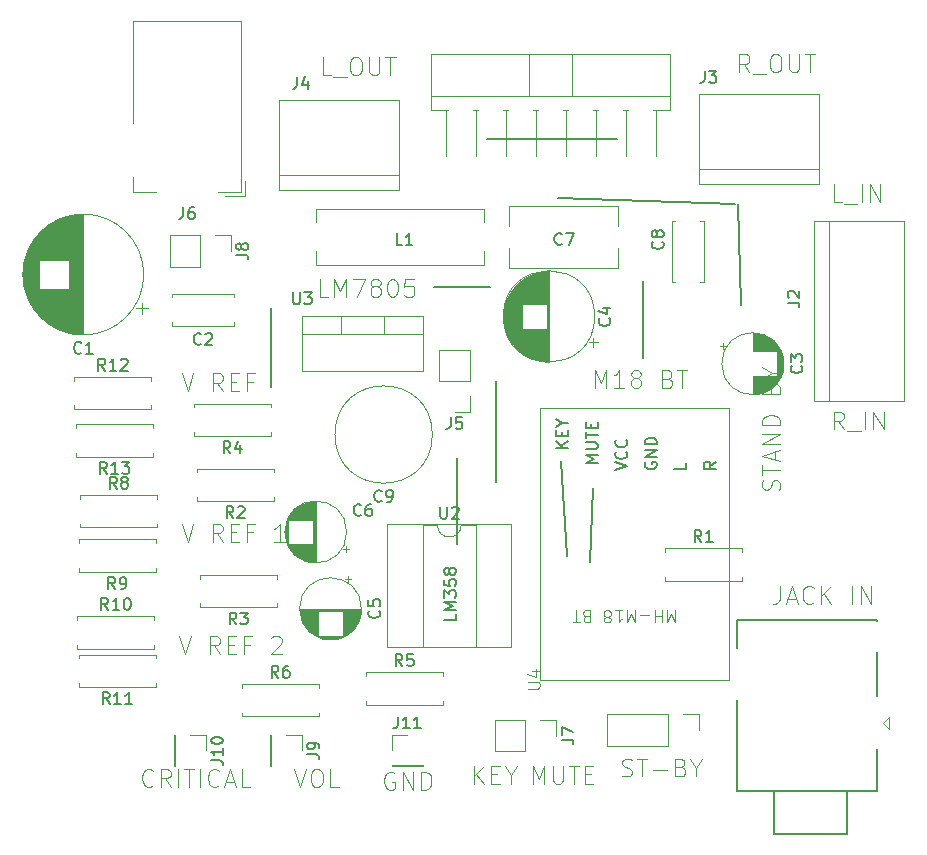
<source format=gbr>
%TF.GenerationSoftware,KiCad,Pcbnew,7.0.9-7.0.9~ubuntu22.04.1*%
%TF.CreationDate,2023-12-20T17:47:15-05:00*%
%TF.ProjectId,prueba5_TDA7377,70727565-6261-4355-9f54-444137333737,rev?*%
%TF.SameCoordinates,Original*%
%TF.FileFunction,Legend,Top*%
%TF.FilePolarity,Positive*%
%FSLAX46Y46*%
G04 Gerber Fmt 4.6, Leading zero omitted, Abs format (unit mm)*
G04 Created by KiCad (PCBNEW 7.0.9-7.0.9~ubuntu22.04.1) date 2023-12-20 17:47:15*
%MOMM*%
%LPD*%
G01*
G04 APERTURE LIST*
%ADD10C,0.150000*%
%ADD11C,0.008000*%
%ADD12C,0.100000*%
%ADD13C,0.200000*%
%ADD14C,0.120000*%
G04 APERTURE END LIST*
D10*
X99750000Y-70000000D02*
X99750000Y-78500000D01*
X110000000Y-49500000D02*
X99000000Y-49500000D01*
X105000000Y-54500000D02*
X120000000Y-55000000D01*
X120500000Y-63500000D02*
X120250000Y-55000000D01*
X112250000Y-61500000D02*
X112250000Y-68000000D01*
X108000000Y-79000000D02*
X107750000Y-85250000D01*
X105750000Y-84750000D02*
X105250000Y-76750000D01*
X96500000Y-83750000D02*
X96500000Y-76500000D01*
X80750000Y-63750000D02*
X80750000Y-70500000D01*
X94500000Y-62000000D02*
X99250000Y-62000000D01*
D11*
X91148120Y-103137441D02*
X91005263Y-103066012D01*
X91005263Y-103066012D02*
X90790977Y-103066012D01*
X90790977Y-103066012D02*
X90576691Y-103137441D01*
X90576691Y-103137441D02*
X90433834Y-103280298D01*
X90433834Y-103280298D02*
X90362405Y-103423155D01*
X90362405Y-103423155D02*
X90290977Y-103708869D01*
X90290977Y-103708869D02*
X90290977Y-103923155D01*
X90290977Y-103923155D02*
X90362405Y-104208869D01*
X90362405Y-104208869D02*
X90433834Y-104351726D01*
X90433834Y-104351726D02*
X90576691Y-104494584D01*
X90576691Y-104494584D02*
X90790977Y-104566012D01*
X90790977Y-104566012D02*
X90933834Y-104566012D01*
X90933834Y-104566012D02*
X91148120Y-104494584D01*
X91148120Y-104494584D02*
X91219548Y-104423155D01*
X91219548Y-104423155D02*
X91219548Y-103923155D01*
X91219548Y-103923155D02*
X90933834Y-103923155D01*
X91862405Y-104566012D02*
X91862405Y-103066012D01*
X91862405Y-103066012D02*
X92719548Y-104566012D01*
X92719548Y-104566012D02*
X92719548Y-103066012D01*
X93433834Y-104566012D02*
X93433834Y-103066012D01*
X93433834Y-103066012D02*
X93790977Y-103066012D01*
X93790977Y-103066012D02*
X94005263Y-103137441D01*
X94005263Y-103137441D02*
X94148120Y-103280298D01*
X94148120Y-103280298D02*
X94219549Y-103423155D01*
X94219549Y-103423155D02*
X94290977Y-103708869D01*
X94290977Y-103708869D02*
X94290977Y-103923155D01*
X94290977Y-103923155D02*
X94219549Y-104208869D01*
X94219549Y-104208869D02*
X94148120Y-104351726D01*
X94148120Y-104351726D02*
X94005263Y-104494584D01*
X94005263Y-104494584D02*
X93790977Y-104566012D01*
X93790977Y-104566012D02*
X93433834Y-104566012D01*
X97862405Y-104066012D02*
X97862405Y-102566012D01*
X98719548Y-104066012D02*
X98076691Y-103208869D01*
X98719548Y-102566012D02*
X97862405Y-103423155D01*
X99362405Y-103280298D02*
X99862405Y-103280298D01*
X100076691Y-104066012D02*
X99362405Y-104066012D01*
X99362405Y-104066012D02*
X99362405Y-102566012D01*
X99362405Y-102566012D02*
X100076691Y-102566012D01*
X101005263Y-103351726D02*
X101005263Y-104066012D01*
X100505263Y-102566012D02*
X101005263Y-103351726D01*
X101005263Y-103351726D02*
X101505263Y-102566012D01*
X72898120Y-91566012D02*
X73398120Y-93066012D01*
X73398120Y-93066012D02*
X73898120Y-91566012D01*
X76398119Y-93066012D02*
X75898119Y-92351726D01*
X75540976Y-93066012D02*
X75540976Y-91566012D01*
X75540976Y-91566012D02*
X76112405Y-91566012D01*
X76112405Y-91566012D02*
X76255262Y-91637441D01*
X76255262Y-91637441D02*
X76326691Y-91708869D01*
X76326691Y-91708869D02*
X76398119Y-91851726D01*
X76398119Y-91851726D02*
X76398119Y-92066012D01*
X76398119Y-92066012D02*
X76326691Y-92208869D01*
X76326691Y-92208869D02*
X76255262Y-92280298D01*
X76255262Y-92280298D02*
X76112405Y-92351726D01*
X76112405Y-92351726D02*
X75540976Y-92351726D01*
X77040976Y-92280298D02*
X77540976Y-92280298D01*
X77755262Y-93066012D02*
X77040976Y-93066012D01*
X77040976Y-93066012D02*
X77040976Y-91566012D01*
X77040976Y-91566012D02*
X77755262Y-91566012D01*
X78898119Y-92280298D02*
X78398119Y-92280298D01*
X78398119Y-93066012D02*
X78398119Y-91566012D01*
X78398119Y-91566012D02*
X79112405Y-91566012D01*
X80755262Y-91708869D02*
X80826690Y-91637441D01*
X80826690Y-91637441D02*
X80969548Y-91566012D01*
X80969548Y-91566012D02*
X81326690Y-91566012D01*
X81326690Y-91566012D02*
X81469548Y-91637441D01*
X81469548Y-91637441D02*
X81540976Y-91708869D01*
X81540976Y-91708869D02*
X81612405Y-91851726D01*
X81612405Y-91851726D02*
X81612405Y-91994584D01*
X81612405Y-91994584D02*
X81540976Y-92208869D01*
X81540976Y-92208869D02*
X80683833Y-93066012D01*
X80683833Y-93066012D02*
X81612405Y-93066012D01*
X129076691Y-54816012D02*
X128362405Y-54816012D01*
X128362405Y-54816012D02*
X128362405Y-53316012D01*
X129219549Y-54958869D02*
X130362406Y-54958869D01*
X130719548Y-54816012D02*
X130719548Y-53316012D01*
X131433834Y-54816012D02*
X131433834Y-53316012D01*
X131433834Y-53316012D02*
X132290977Y-54816012D01*
X132290977Y-54816012D02*
X132290977Y-53316012D01*
X102862405Y-104066012D02*
X102862405Y-102566012D01*
X102862405Y-102566012D02*
X103362405Y-103637441D01*
X103362405Y-103637441D02*
X103862405Y-102566012D01*
X103862405Y-102566012D02*
X103862405Y-104066012D01*
X104576691Y-102566012D02*
X104576691Y-103780298D01*
X104576691Y-103780298D02*
X104648120Y-103923155D01*
X104648120Y-103923155D02*
X104719549Y-103994584D01*
X104719549Y-103994584D02*
X104862406Y-104066012D01*
X104862406Y-104066012D02*
X105148120Y-104066012D01*
X105148120Y-104066012D02*
X105290977Y-103994584D01*
X105290977Y-103994584D02*
X105362406Y-103923155D01*
X105362406Y-103923155D02*
X105433834Y-103780298D01*
X105433834Y-103780298D02*
X105433834Y-102566012D01*
X105933835Y-102566012D02*
X106790978Y-102566012D01*
X106362406Y-104066012D02*
X106362406Y-102566012D01*
X107290977Y-103280298D02*
X107790977Y-103280298D01*
X108005263Y-104066012D02*
X107290977Y-104066012D01*
X107290977Y-104066012D02*
X107290977Y-102566012D01*
X107290977Y-102566012D02*
X108005263Y-102566012D01*
X121219548Y-43816012D02*
X120719548Y-43101726D01*
X120362405Y-43816012D02*
X120362405Y-42316012D01*
X120362405Y-42316012D02*
X120933834Y-42316012D01*
X120933834Y-42316012D02*
X121076691Y-42387441D01*
X121076691Y-42387441D02*
X121148120Y-42458869D01*
X121148120Y-42458869D02*
X121219548Y-42601726D01*
X121219548Y-42601726D02*
X121219548Y-42816012D01*
X121219548Y-42816012D02*
X121148120Y-42958869D01*
X121148120Y-42958869D02*
X121076691Y-43030298D01*
X121076691Y-43030298D02*
X120933834Y-43101726D01*
X120933834Y-43101726D02*
X120362405Y-43101726D01*
X121505263Y-43958869D02*
X122648120Y-43958869D01*
X123290977Y-42316012D02*
X123576691Y-42316012D01*
X123576691Y-42316012D02*
X123719548Y-42387441D01*
X123719548Y-42387441D02*
X123862405Y-42530298D01*
X123862405Y-42530298D02*
X123933834Y-42816012D01*
X123933834Y-42816012D02*
X123933834Y-43316012D01*
X123933834Y-43316012D02*
X123862405Y-43601726D01*
X123862405Y-43601726D02*
X123719548Y-43744584D01*
X123719548Y-43744584D02*
X123576691Y-43816012D01*
X123576691Y-43816012D02*
X123290977Y-43816012D01*
X123290977Y-43816012D02*
X123148120Y-43744584D01*
X123148120Y-43744584D02*
X123005262Y-43601726D01*
X123005262Y-43601726D02*
X122933834Y-43316012D01*
X122933834Y-43316012D02*
X122933834Y-42816012D01*
X122933834Y-42816012D02*
X123005262Y-42530298D01*
X123005262Y-42530298D02*
X123148120Y-42387441D01*
X123148120Y-42387441D02*
X123290977Y-42316012D01*
X124576691Y-42316012D02*
X124576691Y-43530298D01*
X124576691Y-43530298D02*
X124648120Y-43673155D01*
X124648120Y-43673155D02*
X124719549Y-43744584D01*
X124719549Y-43744584D02*
X124862406Y-43816012D01*
X124862406Y-43816012D02*
X125148120Y-43816012D01*
X125148120Y-43816012D02*
X125290977Y-43744584D01*
X125290977Y-43744584D02*
X125362406Y-43673155D01*
X125362406Y-43673155D02*
X125433834Y-43530298D01*
X125433834Y-43530298D02*
X125433834Y-42316012D01*
X125933835Y-42316012D02*
X126790978Y-42316012D01*
X126362406Y-43816012D02*
X126362406Y-42316012D01*
X123744584Y-79209022D02*
X123816012Y-78994737D01*
X123816012Y-78994737D02*
X123816012Y-78637594D01*
X123816012Y-78637594D02*
X123744584Y-78494737D01*
X123744584Y-78494737D02*
X123673155Y-78423308D01*
X123673155Y-78423308D02*
X123530298Y-78351879D01*
X123530298Y-78351879D02*
X123387441Y-78351879D01*
X123387441Y-78351879D02*
X123244584Y-78423308D01*
X123244584Y-78423308D02*
X123173155Y-78494737D01*
X123173155Y-78494737D02*
X123101726Y-78637594D01*
X123101726Y-78637594D02*
X123030298Y-78923308D01*
X123030298Y-78923308D02*
X122958869Y-79066165D01*
X122958869Y-79066165D02*
X122887441Y-79137594D01*
X122887441Y-79137594D02*
X122744584Y-79209022D01*
X122744584Y-79209022D02*
X122601726Y-79209022D01*
X122601726Y-79209022D02*
X122458869Y-79137594D01*
X122458869Y-79137594D02*
X122387441Y-79066165D01*
X122387441Y-79066165D02*
X122316012Y-78923308D01*
X122316012Y-78923308D02*
X122316012Y-78566165D01*
X122316012Y-78566165D02*
X122387441Y-78351879D01*
X122316012Y-77923308D02*
X122316012Y-77066166D01*
X123816012Y-77494737D02*
X122316012Y-77494737D01*
X123387441Y-76637594D02*
X123387441Y-75923309D01*
X123816012Y-76780451D02*
X122316012Y-76280451D01*
X122316012Y-76280451D02*
X123816012Y-75780451D01*
X123816012Y-75280452D02*
X122316012Y-75280452D01*
X122316012Y-75280452D02*
X123816012Y-74423309D01*
X123816012Y-74423309D02*
X122316012Y-74423309D01*
X123816012Y-73709023D02*
X122316012Y-73709023D01*
X122316012Y-73709023D02*
X122316012Y-73351880D01*
X122316012Y-73351880D02*
X122387441Y-73137594D01*
X122387441Y-73137594D02*
X122530298Y-72994737D01*
X122530298Y-72994737D02*
X122673155Y-72923308D01*
X122673155Y-72923308D02*
X122958869Y-72851880D01*
X122958869Y-72851880D02*
X123173155Y-72851880D01*
X123173155Y-72851880D02*
X123458869Y-72923308D01*
X123458869Y-72923308D02*
X123601726Y-72994737D01*
X123601726Y-72994737D02*
X123744584Y-73137594D01*
X123744584Y-73137594D02*
X123816012Y-73351880D01*
X123816012Y-73351880D02*
X123816012Y-73709023D01*
X123030298Y-70566166D02*
X123101726Y-70351880D01*
X123101726Y-70351880D02*
X123173155Y-70280451D01*
X123173155Y-70280451D02*
X123316012Y-70209023D01*
X123316012Y-70209023D02*
X123530298Y-70209023D01*
X123530298Y-70209023D02*
X123673155Y-70280451D01*
X123673155Y-70280451D02*
X123744584Y-70351880D01*
X123744584Y-70351880D02*
X123816012Y-70494737D01*
X123816012Y-70494737D02*
X123816012Y-71066166D01*
X123816012Y-71066166D02*
X122316012Y-71066166D01*
X122316012Y-71066166D02*
X122316012Y-70566166D01*
X122316012Y-70566166D02*
X122387441Y-70423309D01*
X122387441Y-70423309D02*
X122458869Y-70351880D01*
X122458869Y-70351880D02*
X122601726Y-70280451D01*
X122601726Y-70280451D02*
X122744584Y-70280451D01*
X122744584Y-70280451D02*
X122887441Y-70351880D01*
X122887441Y-70351880D02*
X122958869Y-70423309D01*
X122958869Y-70423309D02*
X123030298Y-70566166D01*
X123030298Y-70566166D02*
X123030298Y-71066166D01*
X123101726Y-69280451D02*
X123816012Y-69280451D01*
X122316012Y-69780451D02*
X123101726Y-69280451D01*
X123101726Y-69280451D02*
X122316012Y-68780451D01*
X82648120Y-102816012D02*
X83148120Y-104316012D01*
X83148120Y-104316012D02*
X83648120Y-102816012D01*
X84433834Y-102816012D02*
X84719548Y-102816012D01*
X84719548Y-102816012D02*
X84862405Y-102887441D01*
X84862405Y-102887441D02*
X85005262Y-103030298D01*
X85005262Y-103030298D02*
X85076691Y-103316012D01*
X85076691Y-103316012D02*
X85076691Y-103816012D01*
X85076691Y-103816012D02*
X85005262Y-104101726D01*
X85005262Y-104101726D02*
X84862405Y-104244584D01*
X84862405Y-104244584D02*
X84719548Y-104316012D01*
X84719548Y-104316012D02*
X84433834Y-104316012D01*
X84433834Y-104316012D02*
X84290977Y-104244584D01*
X84290977Y-104244584D02*
X84148119Y-104101726D01*
X84148119Y-104101726D02*
X84076691Y-103816012D01*
X84076691Y-103816012D02*
X84076691Y-103316012D01*
X84076691Y-103316012D02*
X84148119Y-103030298D01*
X84148119Y-103030298D02*
X84290977Y-102887441D01*
X84290977Y-102887441D02*
X84433834Y-102816012D01*
X86433834Y-104316012D02*
X85719548Y-104316012D01*
X85719548Y-104316012D02*
X85719548Y-102816012D01*
X70719548Y-104173155D02*
X70648120Y-104244584D01*
X70648120Y-104244584D02*
X70433834Y-104316012D01*
X70433834Y-104316012D02*
X70290977Y-104316012D01*
X70290977Y-104316012D02*
X70076691Y-104244584D01*
X70076691Y-104244584D02*
X69933834Y-104101726D01*
X69933834Y-104101726D02*
X69862405Y-103958869D01*
X69862405Y-103958869D02*
X69790977Y-103673155D01*
X69790977Y-103673155D02*
X69790977Y-103458869D01*
X69790977Y-103458869D02*
X69862405Y-103173155D01*
X69862405Y-103173155D02*
X69933834Y-103030298D01*
X69933834Y-103030298D02*
X70076691Y-102887441D01*
X70076691Y-102887441D02*
X70290977Y-102816012D01*
X70290977Y-102816012D02*
X70433834Y-102816012D01*
X70433834Y-102816012D02*
X70648120Y-102887441D01*
X70648120Y-102887441D02*
X70719548Y-102958869D01*
X72219548Y-104316012D02*
X71719548Y-103601726D01*
X71362405Y-104316012D02*
X71362405Y-102816012D01*
X71362405Y-102816012D02*
X71933834Y-102816012D01*
X71933834Y-102816012D02*
X72076691Y-102887441D01*
X72076691Y-102887441D02*
X72148120Y-102958869D01*
X72148120Y-102958869D02*
X72219548Y-103101726D01*
X72219548Y-103101726D02*
X72219548Y-103316012D01*
X72219548Y-103316012D02*
X72148120Y-103458869D01*
X72148120Y-103458869D02*
X72076691Y-103530298D01*
X72076691Y-103530298D02*
X71933834Y-103601726D01*
X71933834Y-103601726D02*
X71362405Y-103601726D01*
X72862405Y-104316012D02*
X72862405Y-102816012D01*
X73362406Y-102816012D02*
X74219549Y-102816012D01*
X73790977Y-104316012D02*
X73790977Y-102816012D01*
X74719548Y-104316012D02*
X74719548Y-102816012D01*
X76290977Y-104173155D02*
X76219549Y-104244584D01*
X76219549Y-104244584D02*
X76005263Y-104316012D01*
X76005263Y-104316012D02*
X75862406Y-104316012D01*
X75862406Y-104316012D02*
X75648120Y-104244584D01*
X75648120Y-104244584D02*
X75505263Y-104101726D01*
X75505263Y-104101726D02*
X75433834Y-103958869D01*
X75433834Y-103958869D02*
X75362406Y-103673155D01*
X75362406Y-103673155D02*
X75362406Y-103458869D01*
X75362406Y-103458869D02*
X75433834Y-103173155D01*
X75433834Y-103173155D02*
X75505263Y-103030298D01*
X75505263Y-103030298D02*
X75648120Y-102887441D01*
X75648120Y-102887441D02*
X75862406Y-102816012D01*
X75862406Y-102816012D02*
X76005263Y-102816012D01*
X76005263Y-102816012D02*
X76219549Y-102887441D01*
X76219549Y-102887441D02*
X76290977Y-102958869D01*
X76862406Y-103887441D02*
X77576692Y-103887441D01*
X76719549Y-104316012D02*
X77219549Y-102816012D01*
X77219549Y-102816012D02*
X77719549Y-104316012D01*
X78933834Y-104316012D02*
X78219548Y-104316012D01*
X78219548Y-104316012D02*
X78219548Y-102816012D01*
X73148120Y-69316012D02*
X73648120Y-70816012D01*
X73648120Y-70816012D02*
X74148120Y-69316012D01*
X76648119Y-70816012D02*
X76148119Y-70101726D01*
X75790976Y-70816012D02*
X75790976Y-69316012D01*
X75790976Y-69316012D02*
X76362405Y-69316012D01*
X76362405Y-69316012D02*
X76505262Y-69387441D01*
X76505262Y-69387441D02*
X76576691Y-69458869D01*
X76576691Y-69458869D02*
X76648119Y-69601726D01*
X76648119Y-69601726D02*
X76648119Y-69816012D01*
X76648119Y-69816012D02*
X76576691Y-69958869D01*
X76576691Y-69958869D02*
X76505262Y-70030298D01*
X76505262Y-70030298D02*
X76362405Y-70101726D01*
X76362405Y-70101726D02*
X75790976Y-70101726D01*
X77290976Y-70030298D02*
X77790976Y-70030298D01*
X78005262Y-70816012D02*
X77290976Y-70816012D01*
X77290976Y-70816012D02*
X77290976Y-69316012D01*
X77290976Y-69316012D02*
X78005262Y-69316012D01*
X79148119Y-70030298D02*
X78648119Y-70030298D01*
X78648119Y-70816012D02*
X78648119Y-69316012D01*
X78648119Y-69316012D02*
X79362405Y-69316012D01*
X85826691Y-44066012D02*
X85112405Y-44066012D01*
X85112405Y-44066012D02*
X85112405Y-42566012D01*
X85969549Y-44208869D02*
X87112406Y-44208869D01*
X87755263Y-42566012D02*
X88040977Y-42566012D01*
X88040977Y-42566012D02*
X88183834Y-42637441D01*
X88183834Y-42637441D02*
X88326691Y-42780298D01*
X88326691Y-42780298D02*
X88398120Y-43066012D01*
X88398120Y-43066012D02*
X88398120Y-43566012D01*
X88398120Y-43566012D02*
X88326691Y-43851726D01*
X88326691Y-43851726D02*
X88183834Y-43994584D01*
X88183834Y-43994584D02*
X88040977Y-44066012D01*
X88040977Y-44066012D02*
X87755263Y-44066012D01*
X87755263Y-44066012D02*
X87612406Y-43994584D01*
X87612406Y-43994584D02*
X87469548Y-43851726D01*
X87469548Y-43851726D02*
X87398120Y-43566012D01*
X87398120Y-43566012D02*
X87398120Y-43066012D01*
X87398120Y-43066012D02*
X87469548Y-42780298D01*
X87469548Y-42780298D02*
X87612406Y-42637441D01*
X87612406Y-42637441D02*
X87755263Y-42566012D01*
X89040977Y-42566012D02*
X89040977Y-43780298D01*
X89040977Y-43780298D02*
X89112406Y-43923155D01*
X89112406Y-43923155D02*
X89183835Y-43994584D01*
X89183835Y-43994584D02*
X89326692Y-44066012D01*
X89326692Y-44066012D02*
X89612406Y-44066012D01*
X89612406Y-44066012D02*
X89755263Y-43994584D01*
X89755263Y-43994584D02*
X89826692Y-43923155D01*
X89826692Y-43923155D02*
X89898120Y-43780298D01*
X89898120Y-43780298D02*
X89898120Y-42566012D01*
X90398121Y-42566012D02*
X91255264Y-42566012D01*
X90826692Y-44066012D02*
X90826692Y-42566012D01*
X73148120Y-82066012D02*
X73648120Y-83566012D01*
X73648120Y-83566012D02*
X74148120Y-82066012D01*
X76648119Y-83566012D02*
X76148119Y-82851726D01*
X75790976Y-83566012D02*
X75790976Y-82066012D01*
X75790976Y-82066012D02*
X76362405Y-82066012D01*
X76362405Y-82066012D02*
X76505262Y-82137441D01*
X76505262Y-82137441D02*
X76576691Y-82208869D01*
X76576691Y-82208869D02*
X76648119Y-82351726D01*
X76648119Y-82351726D02*
X76648119Y-82566012D01*
X76648119Y-82566012D02*
X76576691Y-82708869D01*
X76576691Y-82708869D02*
X76505262Y-82780298D01*
X76505262Y-82780298D02*
X76362405Y-82851726D01*
X76362405Y-82851726D02*
X75790976Y-82851726D01*
X77290976Y-82780298D02*
X77790976Y-82780298D01*
X78005262Y-83566012D02*
X77290976Y-83566012D01*
X77290976Y-83566012D02*
X77290976Y-82066012D01*
X77290976Y-82066012D02*
X78005262Y-82066012D01*
X79148119Y-82780298D02*
X78648119Y-82780298D01*
X78648119Y-83566012D02*
X78648119Y-82066012D01*
X78648119Y-82066012D02*
X79362405Y-82066012D01*
X81862405Y-83566012D02*
X81005262Y-83566012D01*
X81433833Y-83566012D02*
X81433833Y-82066012D01*
X81433833Y-82066012D02*
X81290976Y-82280298D01*
X81290976Y-82280298D02*
X81148119Y-82423155D01*
X81148119Y-82423155D02*
X81005262Y-82494584D01*
X123790977Y-87316012D02*
X123790977Y-88387441D01*
X123790977Y-88387441D02*
X123719548Y-88601726D01*
X123719548Y-88601726D02*
X123576691Y-88744584D01*
X123576691Y-88744584D02*
X123362405Y-88816012D01*
X123362405Y-88816012D02*
X123219548Y-88816012D01*
X124433834Y-88387441D02*
X125148120Y-88387441D01*
X124290977Y-88816012D02*
X124790977Y-87316012D01*
X124790977Y-87316012D02*
X125290977Y-88816012D01*
X126648119Y-88673155D02*
X126576691Y-88744584D01*
X126576691Y-88744584D02*
X126362405Y-88816012D01*
X126362405Y-88816012D02*
X126219548Y-88816012D01*
X126219548Y-88816012D02*
X126005262Y-88744584D01*
X126005262Y-88744584D02*
X125862405Y-88601726D01*
X125862405Y-88601726D02*
X125790976Y-88458869D01*
X125790976Y-88458869D02*
X125719548Y-88173155D01*
X125719548Y-88173155D02*
X125719548Y-87958869D01*
X125719548Y-87958869D02*
X125790976Y-87673155D01*
X125790976Y-87673155D02*
X125862405Y-87530298D01*
X125862405Y-87530298D02*
X126005262Y-87387441D01*
X126005262Y-87387441D02*
X126219548Y-87316012D01*
X126219548Y-87316012D02*
X126362405Y-87316012D01*
X126362405Y-87316012D02*
X126576691Y-87387441D01*
X126576691Y-87387441D02*
X126648119Y-87458869D01*
X127290976Y-88816012D02*
X127290976Y-87316012D01*
X128148119Y-88816012D02*
X127505262Y-87958869D01*
X128148119Y-87316012D02*
X127290976Y-88173155D01*
X129933833Y-88816012D02*
X129933833Y-87316012D01*
X130648119Y-88816012D02*
X130648119Y-87316012D01*
X130648119Y-87316012D02*
X131505262Y-88816012D01*
X131505262Y-88816012D02*
X131505262Y-87316012D01*
X129219548Y-74066012D02*
X128719548Y-73351726D01*
X128362405Y-74066012D02*
X128362405Y-72566012D01*
X128362405Y-72566012D02*
X128933834Y-72566012D01*
X128933834Y-72566012D02*
X129076691Y-72637441D01*
X129076691Y-72637441D02*
X129148120Y-72708869D01*
X129148120Y-72708869D02*
X129219548Y-72851726D01*
X129219548Y-72851726D02*
X129219548Y-73066012D01*
X129219548Y-73066012D02*
X129148120Y-73208869D01*
X129148120Y-73208869D02*
X129076691Y-73280298D01*
X129076691Y-73280298D02*
X128933834Y-73351726D01*
X128933834Y-73351726D02*
X128362405Y-73351726D01*
X129505263Y-74208869D02*
X130648120Y-74208869D01*
X131005262Y-74066012D02*
X131005262Y-72566012D01*
X131719548Y-74066012D02*
X131719548Y-72566012D01*
X131719548Y-72566012D02*
X132576691Y-74066012D01*
X132576691Y-74066012D02*
X132576691Y-72566012D01*
D10*
X96369819Y-89687030D02*
X96369819Y-90163220D01*
X96369819Y-90163220D02*
X95369819Y-90163220D01*
X96369819Y-89353696D02*
X95369819Y-89353696D01*
X95369819Y-89353696D02*
X96084104Y-89020363D01*
X96084104Y-89020363D02*
X95369819Y-88687030D01*
X95369819Y-88687030D02*
X96369819Y-88687030D01*
X95369819Y-88306077D02*
X95369819Y-87687030D01*
X95369819Y-87687030D02*
X95750771Y-88020363D01*
X95750771Y-88020363D02*
X95750771Y-87877506D01*
X95750771Y-87877506D02*
X95798390Y-87782268D01*
X95798390Y-87782268D02*
X95846009Y-87734649D01*
X95846009Y-87734649D02*
X95941247Y-87687030D01*
X95941247Y-87687030D02*
X96179342Y-87687030D01*
X96179342Y-87687030D02*
X96274580Y-87734649D01*
X96274580Y-87734649D02*
X96322200Y-87782268D01*
X96322200Y-87782268D02*
X96369819Y-87877506D01*
X96369819Y-87877506D02*
X96369819Y-88163220D01*
X96369819Y-88163220D02*
X96322200Y-88258458D01*
X96322200Y-88258458D02*
X96274580Y-88306077D01*
X95369819Y-86782268D02*
X95369819Y-87258458D01*
X95369819Y-87258458D02*
X95846009Y-87306077D01*
X95846009Y-87306077D02*
X95798390Y-87258458D01*
X95798390Y-87258458D02*
X95750771Y-87163220D01*
X95750771Y-87163220D02*
X95750771Y-86925125D01*
X95750771Y-86925125D02*
X95798390Y-86829887D01*
X95798390Y-86829887D02*
X95846009Y-86782268D01*
X95846009Y-86782268D02*
X95941247Y-86734649D01*
X95941247Y-86734649D02*
X96179342Y-86734649D01*
X96179342Y-86734649D02*
X96274580Y-86782268D01*
X96274580Y-86782268D02*
X96322200Y-86829887D01*
X96322200Y-86829887D02*
X96369819Y-86925125D01*
X96369819Y-86925125D02*
X96369819Y-87163220D01*
X96369819Y-87163220D02*
X96322200Y-87258458D01*
X96322200Y-87258458D02*
X96274580Y-87306077D01*
X95798390Y-86163220D02*
X95750771Y-86258458D01*
X95750771Y-86258458D02*
X95703152Y-86306077D01*
X95703152Y-86306077D02*
X95607914Y-86353696D01*
X95607914Y-86353696D02*
X95560295Y-86353696D01*
X95560295Y-86353696D02*
X95465057Y-86306077D01*
X95465057Y-86306077D02*
X95417438Y-86258458D01*
X95417438Y-86258458D02*
X95369819Y-86163220D01*
X95369819Y-86163220D02*
X95369819Y-85972744D01*
X95369819Y-85972744D02*
X95417438Y-85877506D01*
X95417438Y-85877506D02*
X95465057Y-85829887D01*
X95465057Y-85829887D02*
X95560295Y-85782268D01*
X95560295Y-85782268D02*
X95607914Y-85782268D01*
X95607914Y-85782268D02*
X95703152Y-85829887D01*
X95703152Y-85829887D02*
X95750771Y-85877506D01*
X95750771Y-85877506D02*
X95798390Y-85972744D01*
X95798390Y-85972744D02*
X95798390Y-86163220D01*
X95798390Y-86163220D02*
X95846009Y-86258458D01*
X95846009Y-86258458D02*
X95893628Y-86306077D01*
X95893628Y-86306077D02*
X95988866Y-86353696D01*
X95988866Y-86353696D02*
X96179342Y-86353696D01*
X96179342Y-86353696D02*
X96274580Y-86306077D01*
X96274580Y-86306077D02*
X96322200Y-86258458D01*
X96322200Y-86258458D02*
X96369819Y-86163220D01*
X96369819Y-86163220D02*
X96369819Y-85972744D01*
X96369819Y-85972744D02*
X96322200Y-85877506D01*
X96322200Y-85877506D02*
X96274580Y-85829887D01*
X96274580Y-85829887D02*
X96179342Y-85782268D01*
X96179342Y-85782268D02*
X95988866Y-85782268D01*
X95988866Y-85782268D02*
X95893628Y-85829887D01*
X95893628Y-85829887D02*
X95846009Y-85877506D01*
X95846009Y-85877506D02*
X95798390Y-85972744D01*
D11*
X108112405Y-70566012D02*
X108112405Y-69066012D01*
X108112405Y-69066012D02*
X108612405Y-70137441D01*
X108612405Y-70137441D02*
X109112405Y-69066012D01*
X109112405Y-69066012D02*
X109112405Y-70566012D01*
X110612406Y-70566012D02*
X109755263Y-70566012D01*
X110183834Y-70566012D02*
X110183834Y-69066012D01*
X110183834Y-69066012D02*
X110040977Y-69280298D01*
X110040977Y-69280298D02*
X109898120Y-69423155D01*
X109898120Y-69423155D02*
X109755263Y-69494584D01*
X111469548Y-69708869D02*
X111326691Y-69637441D01*
X111326691Y-69637441D02*
X111255262Y-69566012D01*
X111255262Y-69566012D02*
X111183834Y-69423155D01*
X111183834Y-69423155D02*
X111183834Y-69351726D01*
X111183834Y-69351726D02*
X111255262Y-69208869D01*
X111255262Y-69208869D02*
X111326691Y-69137441D01*
X111326691Y-69137441D02*
X111469548Y-69066012D01*
X111469548Y-69066012D02*
X111755262Y-69066012D01*
X111755262Y-69066012D02*
X111898120Y-69137441D01*
X111898120Y-69137441D02*
X111969548Y-69208869D01*
X111969548Y-69208869D02*
X112040977Y-69351726D01*
X112040977Y-69351726D02*
X112040977Y-69423155D01*
X112040977Y-69423155D02*
X111969548Y-69566012D01*
X111969548Y-69566012D02*
X111898120Y-69637441D01*
X111898120Y-69637441D02*
X111755262Y-69708869D01*
X111755262Y-69708869D02*
X111469548Y-69708869D01*
X111469548Y-69708869D02*
X111326691Y-69780298D01*
X111326691Y-69780298D02*
X111255262Y-69851726D01*
X111255262Y-69851726D02*
X111183834Y-69994584D01*
X111183834Y-69994584D02*
X111183834Y-70280298D01*
X111183834Y-70280298D02*
X111255262Y-70423155D01*
X111255262Y-70423155D02*
X111326691Y-70494584D01*
X111326691Y-70494584D02*
X111469548Y-70566012D01*
X111469548Y-70566012D02*
X111755262Y-70566012D01*
X111755262Y-70566012D02*
X111898120Y-70494584D01*
X111898120Y-70494584D02*
X111969548Y-70423155D01*
X111969548Y-70423155D02*
X112040977Y-70280298D01*
X112040977Y-70280298D02*
X112040977Y-69994584D01*
X112040977Y-69994584D02*
X111969548Y-69851726D01*
X111969548Y-69851726D02*
X111898120Y-69780298D01*
X111898120Y-69780298D02*
X111755262Y-69708869D01*
X114326690Y-69780298D02*
X114540976Y-69851726D01*
X114540976Y-69851726D02*
X114612405Y-69923155D01*
X114612405Y-69923155D02*
X114683833Y-70066012D01*
X114683833Y-70066012D02*
X114683833Y-70280298D01*
X114683833Y-70280298D02*
X114612405Y-70423155D01*
X114612405Y-70423155D02*
X114540976Y-70494584D01*
X114540976Y-70494584D02*
X114398119Y-70566012D01*
X114398119Y-70566012D02*
X113826690Y-70566012D01*
X113826690Y-70566012D02*
X113826690Y-69066012D01*
X113826690Y-69066012D02*
X114326690Y-69066012D01*
X114326690Y-69066012D02*
X114469548Y-69137441D01*
X114469548Y-69137441D02*
X114540976Y-69208869D01*
X114540976Y-69208869D02*
X114612405Y-69351726D01*
X114612405Y-69351726D02*
X114612405Y-69494584D01*
X114612405Y-69494584D02*
X114540976Y-69637441D01*
X114540976Y-69637441D02*
X114469548Y-69708869D01*
X114469548Y-69708869D02*
X114326690Y-69780298D01*
X114326690Y-69780298D02*
X113826690Y-69780298D01*
X115112405Y-69066012D02*
X115969548Y-69066012D01*
X115540976Y-70566012D02*
X115540976Y-69066012D01*
X85576691Y-62816012D02*
X84862405Y-62816012D01*
X84862405Y-62816012D02*
X84862405Y-61316012D01*
X86076691Y-62816012D02*
X86076691Y-61316012D01*
X86076691Y-61316012D02*
X86576691Y-62387441D01*
X86576691Y-62387441D02*
X87076691Y-61316012D01*
X87076691Y-61316012D02*
X87076691Y-62816012D01*
X87648120Y-61316012D02*
X88648120Y-61316012D01*
X88648120Y-61316012D02*
X88005263Y-62816012D01*
X89433834Y-61958869D02*
X89290977Y-61887441D01*
X89290977Y-61887441D02*
X89219548Y-61816012D01*
X89219548Y-61816012D02*
X89148120Y-61673155D01*
X89148120Y-61673155D02*
X89148120Y-61601726D01*
X89148120Y-61601726D02*
X89219548Y-61458869D01*
X89219548Y-61458869D02*
X89290977Y-61387441D01*
X89290977Y-61387441D02*
X89433834Y-61316012D01*
X89433834Y-61316012D02*
X89719548Y-61316012D01*
X89719548Y-61316012D02*
X89862406Y-61387441D01*
X89862406Y-61387441D02*
X89933834Y-61458869D01*
X89933834Y-61458869D02*
X90005263Y-61601726D01*
X90005263Y-61601726D02*
X90005263Y-61673155D01*
X90005263Y-61673155D02*
X89933834Y-61816012D01*
X89933834Y-61816012D02*
X89862406Y-61887441D01*
X89862406Y-61887441D02*
X89719548Y-61958869D01*
X89719548Y-61958869D02*
X89433834Y-61958869D01*
X89433834Y-61958869D02*
X89290977Y-62030298D01*
X89290977Y-62030298D02*
X89219548Y-62101726D01*
X89219548Y-62101726D02*
X89148120Y-62244584D01*
X89148120Y-62244584D02*
X89148120Y-62530298D01*
X89148120Y-62530298D02*
X89219548Y-62673155D01*
X89219548Y-62673155D02*
X89290977Y-62744584D01*
X89290977Y-62744584D02*
X89433834Y-62816012D01*
X89433834Y-62816012D02*
X89719548Y-62816012D01*
X89719548Y-62816012D02*
X89862406Y-62744584D01*
X89862406Y-62744584D02*
X89933834Y-62673155D01*
X89933834Y-62673155D02*
X90005263Y-62530298D01*
X90005263Y-62530298D02*
X90005263Y-62244584D01*
X90005263Y-62244584D02*
X89933834Y-62101726D01*
X89933834Y-62101726D02*
X89862406Y-62030298D01*
X89862406Y-62030298D02*
X89719548Y-61958869D01*
X90933834Y-61316012D02*
X91076691Y-61316012D01*
X91076691Y-61316012D02*
X91219548Y-61387441D01*
X91219548Y-61387441D02*
X91290977Y-61458869D01*
X91290977Y-61458869D02*
X91362405Y-61601726D01*
X91362405Y-61601726D02*
X91433834Y-61887441D01*
X91433834Y-61887441D02*
X91433834Y-62244584D01*
X91433834Y-62244584D02*
X91362405Y-62530298D01*
X91362405Y-62530298D02*
X91290977Y-62673155D01*
X91290977Y-62673155D02*
X91219548Y-62744584D01*
X91219548Y-62744584D02*
X91076691Y-62816012D01*
X91076691Y-62816012D02*
X90933834Y-62816012D01*
X90933834Y-62816012D02*
X90790977Y-62744584D01*
X90790977Y-62744584D02*
X90719548Y-62673155D01*
X90719548Y-62673155D02*
X90648119Y-62530298D01*
X90648119Y-62530298D02*
X90576691Y-62244584D01*
X90576691Y-62244584D02*
X90576691Y-61887441D01*
X90576691Y-61887441D02*
X90648119Y-61601726D01*
X90648119Y-61601726D02*
X90719548Y-61458869D01*
X90719548Y-61458869D02*
X90790977Y-61387441D01*
X90790977Y-61387441D02*
X90933834Y-61316012D01*
X92790976Y-61316012D02*
X92076690Y-61316012D01*
X92076690Y-61316012D02*
X92005262Y-62030298D01*
X92005262Y-62030298D02*
X92076690Y-61958869D01*
X92076690Y-61958869D02*
X92219548Y-61887441D01*
X92219548Y-61887441D02*
X92576690Y-61887441D01*
X92576690Y-61887441D02*
X92719548Y-61958869D01*
X92719548Y-61958869D02*
X92790976Y-62030298D01*
X92790976Y-62030298D02*
X92862405Y-62173155D01*
X92862405Y-62173155D02*
X92862405Y-62530298D01*
X92862405Y-62530298D02*
X92790976Y-62673155D01*
X92790976Y-62673155D02*
X92719548Y-62744584D01*
X92719548Y-62744584D02*
X92576690Y-62816012D01*
X92576690Y-62816012D02*
X92219548Y-62816012D01*
X92219548Y-62816012D02*
X92076690Y-62744584D01*
X92076690Y-62744584D02*
X92005262Y-62673155D01*
D10*
X105333333Y-58359580D02*
X105285714Y-58407200D01*
X105285714Y-58407200D02*
X105142857Y-58454819D01*
X105142857Y-58454819D02*
X105047619Y-58454819D01*
X105047619Y-58454819D02*
X104904762Y-58407200D01*
X104904762Y-58407200D02*
X104809524Y-58311961D01*
X104809524Y-58311961D02*
X104761905Y-58216723D01*
X104761905Y-58216723D02*
X104714286Y-58026247D01*
X104714286Y-58026247D02*
X104714286Y-57883390D01*
X104714286Y-57883390D02*
X104761905Y-57692914D01*
X104761905Y-57692914D02*
X104809524Y-57597676D01*
X104809524Y-57597676D02*
X104904762Y-57502438D01*
X104904762Y-57502438D02*
X105047619Y-57454819D01*
X105047619Y-57454819D02*
X105142857Y-57454819D01*
X105142857Y-57454819D02*
X105285714Y-57502438D01*
X105285714Y-57502438D02*
X105333333Y-57550057D01*
X105666667Y-57454819D02*
X106333333Y-57454819D01*
X106333333Y-57454819D02*
X105904762Y-58454819D01*
X91833333Y-58454819D02*
X91357143Y-58454819D01*
X91357143Y-58454819D02*
X91357143Y-57454819D01*
X92690476Y-58454819D02*
X92119048Y-58454819D01*
X92404762Y-58454819D02*
X92404762Y-57454819D01*
X92404762Y-57454819D02*
X92309524Y-57597676D01*
X92309524Y-57597676D02*
X92214286Y-57692914D01*
X92214286Y-57692914D02*
X92119048Y-57740533D01*
X67643333Y-79084819D02*
X67310000Y-78608628D01*
X67071905Y-79084819D02*
X67071905Y-78084819D01*
X67071905Y-78084819D02*
X67452857Y-78084819D01*
X67452857Y-78084819D02*
X67548095Y-78132438D01*
X67548095Y-78132438D02*
X67595714Y-78180057D01*
X67595714Y-78180057D02*
X67643333Y-78275295D01*
X67643333Y-78275295D02*
X67643333Y-78418152D01*
X67643333Y-78418152D02*
X67595714Y-78513390D01*
X67595714Y-78513390D02*
X67548095Y-78561009D01*
X67548095Y-78561009D02*
X67452857Y-78608628D01*
X67452857Y-78608628D02*
X67071905Y-78608628D01*
X68214762Y-78513390D02*
X68119524Y-78465771D01*
X68119524Y-78465771D02*
X68071905Y-78418152D01*
X68071905Y-78418152D02*
X68024286Y-78322914D01*
X68024286Y-78322914D02*
X68024286Y-78275295D01*
X68024286Y-78275295D02*
X68071905Y-78180057D01*
X68071905Y-78180057D02*
X68119524Y-78132438D01*
X68119524Y-78132438D02*
X68214762Y-78084819D01*
X68214762Y-78084819D02*
X68405238Y-78084819D01*
X68405238Y-78084819D02*
X68500476Y-78132438D01*
X68500476Y-78132438D02*
X68548095Y-78180057D01*
X68548095Y-78180057D02*
X68595714Y-78275295D01*
X68595714Y-78275295D02*
X68595714Y-78322914D01*
X68595714Y-78322914D02*
X68548095Y-78418152D01*
X68548095Y-78418152D02*
X68500476Y-78465771D01*
X68500476Y-78465771D02*
X68405238Y-78513390D01*
X68405238Y-78513390D02*
X68214762Y-78513390D01*
X68214762Y-78513390D02*
X68119524Y-78561009D01*
X68119524Y-78561009D02*
X68071905Y-78608628D01*
X68071905Y-78608628D02*
X68024286Y-78703866D01*
X68024286Y-78703866D02*
X68024286Y-78894342D01*
X68024286Y-78894342D02*
X68071905Y-78989580D01*
X68071905Y-78989580D02*
X68119524Y-79037200D01*
X68119524Y-79037200D02*
X68214762Y-79084819D01*
X68214762Y-79084819D02*
X68405238Y-79084819D01*
X68405238Y-79084819D02*
X68500476Y-79037200D01*
X68500476Y-79037200D02*
X68548095Y-78989580D01*
X68548095Y-78989580D02*
X68595714Y-78894342D01*
X68595714Y-78894342D02*
X68595714Y-78703866D01*
X68595714Y-78703866D02*
X68548095Y-78608628D01*
X68548095Y-78608628D02*
X68500476Y-78561009D01*
X68500476Y-78561009D02*
X68405238Y-78513390D01*
X117143333Y-83584819D02*
X116810000Y-83108628D01*
X116571905Y-83584819D02*
X116571905Y-82584819D01*
X116571905Y-82584819D02*
X116952857Y-82584819D01*
X116952857Y-82584819D02*
X117048095Y-82632438D01*
X117048095Y-82632438D02*
X117095714Y-82680057D01*
X117095714Y-82680057D02*
X117143333Y-82775295D01*
X117143333Y-82775295D02*
X117143333Y-82918152D01*
X117143333Y-82918152D02*
X117095714Y-83013390D01*
X117095714Y-83013390D02*
X117048095Y-83061009D01*
X117048095Y-83061009D02*
X116952857Y-83108628D01*
X116952857Y-83108628D02*
X116571905Y-83108628D01*
X118095714Y-83584819D02*
X117524286Y-83584819D01*
X117810000Y-83584819D02*
X117810000Y-82584819D01*
X117810000Y-82584819D02*
X117714762Y-82727676D01*
X117714762Y-82727676D02*
X117619524Y-82822914D01*
X117619524Y-82822914D02*
X117524286Y-82870533D01*
X91833333Y-94084819D02*
X91500000Y-93608628D01*
X91261905Y-94084819D02*
X91261905Y-93084819D01*
X91261905Y-93084819D02*
X91642857Y-93084819D01*
X91642857Y-93084819D02*
X91738095Y-93132438D01*
X91738095Y-93132438D02*
X91785714Y-93180057D01*
X91785714Y-93180057D02*
X91833333Y-93275295D01*
X91833333Y-93275295D02*
X91833333Y-93418152D01*
X91833333Y-93418152D02*
X91785714Y-93513390D01*
X91785714Y-93513390D02*
X91738095Y-93561009D01*
X91738095Y-93561009D02*
X91642857Y-93608628D01*
X91642857Y-93608628D02*
X91261905Y-93608628D01*
X92738095Y-93084819D02*
X92261905Y-93084819D01*
X92261905Y-93084819D02*
X92214286Y-93561009D01*
X92214286Y-93561009D02*
X92261905Y-93513390D01*
X92261905Y-93513390D02*
X92357143Y-93465771D01*
X92357143Y-93465771D02*
X92595238Y-93465771D01*
X92595238Y-93465771D02*
X92690476Y-93513390D01*
X92690476Y-93513390D02*
X92738095Y-93561009D01*
X92738095Y-93561009D02*
X92785714Y-93656247D01*
X92785714Y-93656247D02*
X92785714Y-93894342D01*
X92785714Y-93894342D02*
X92738095Y-93989580D01*
X92738095Y-93989580D02*
X92690476Y-94037200D01*
X92690476Y-94037200D02*
X92595238Y-94084819D01*
X92595238Y-94084819D02*
X92357143Y-94084819D01*
X92357143Y-94084819D02*
X92261905Y-94037200D01*
X92261905Y-94037200D02*
X92214286Y-93989580D01*
X77773333Y-90574819D02*
X77440000Y-90098628D01*
X77201905Y-90574819D02*
X77201905Y-89574819D01*
X77201905Y-89574819D02*
X77582857Y-89574819D01*
X77582857Y-89574819D02*
X77678095Y-89622438D01*
X77678095Y-89622438D02*
X77725714Y-89670057D01*
X77725714Y-89670057D02*
X77773333Y-89765295D01*
X77773333Y-89765295D02*
X77773333Y-89908152D01*
X77773333Y-89908152D02*
X77725714Y-90003390D01*
X77725714Y-90003390D02*
X77678095Y-90051009D01*
X77678095Y-90051009D02*
X77582857Y-90098628D01*
X77582857Y-90098628D02*
X77201905Y-90098628D01*
X78106667Y-89574819D02*
X78725714Y-89574819D01*
X78725714Y-89574819D02*
X78392381Y-89955771D01*
X78392381Y-89955771D02*
X78535238Y-89955771D01*
X78535238Y-89955771D02*
X78630476Y-90003390D01*
X78630476Y-90003390D02*
X78678095Y-90051009D01*
X78678095Y-90051009D02*
X78725714Y-90146247D01*
X78725714Y-90146247D02*
X78725714Y-90384342D01*
X78725714Y-90384342D02*
X78678095Y-90479580D01*
X78678095Y-90479580D02*
X78630476Y-90527200D01*
X78630476Y-90527200D02*
X78535238Y-90574819D01*
X78535238Y-90574819D02*
X78249524Y-90574819D01*
X78249524Y-90574819D02*
X78154286Y-90527200D01*
X78154286Y-90527200D02*
X78106667Y-90479580D01*
X75634819Y-102059523D02*
X76349104Y-102059523D01*
X76349104Y-102059523D02*
X76491961Y-102107142D01*
X76491961Y-102107142D02*
X76587200Y-102202380D01*
X76587200Y-102202380D02*
X76634819Y-102345237D01*
X76634819Y-102345237D02*
X76634819Y-102440475D01*
X76634819Y-101059523D02*
X76634819Y-101630951D01*
X76634819Y-101345237D02*
X75634819Y-101345237D01*
X75634819Y-101345237D02*
X75777676Y-101440475D01*
X75777676Y-101440475D02*
X75872914Y-101535713D01*
X75872914Y-101535713D02*
X75920533Y-101630951D01*
X75634819Y-100440475D02*
X75634819Y-100345237D01*
X75634819Y-100345237D02*
X75682438Y-100249999D01*
X75682438Y-100249999D02*
X75730057Y-100202380D01*
X75730057Y-100202380D02*
X75825295Y-100154761D01*
X75825295Y-100154761D02*
X76015771Y-100107142D01*
X76015771Y-100107142D02*
X76253866Y-100107142D01*
X76253866Y-100107142D02*
X76444342Y-100154761D01*
X76444342Y-100154761D02*
X76539580Y-100202380D01*
X76539580Y-100202380D02*
X76587200Y-100249999D01*
X76587200Y-100249999D02*
X76634819Y-100345237D01*
X76634819Y-100345237D02*
X76634819Y-100440475D01*
X76634819Y-100440475D02*
X76587200Y-100535713D01*
X76587200Y-100535713D02*
X76539580Y-100583332D01*
X76539580Y-100583332D02*
X76444342Y-100630951D01*
X76444342Y-100630951D02*
X76253866Y-100678570D01*
X76253866Y-100678570D02*
X76015771Y-100678570D01*
X76015771Y-100678570D02*
X75825295Y-100630951D01*
X75825295Y-100630951D02*
X75730057Y-100583332D01*
X75730057Y-100583332D02*
X75682438Y-100535713D01*
X75682438Y-100535713D02*
X75634819Y-100440475D01*
X74783333Y-66809580D02*
X74735714Y-66857200D01*
X74735714Y-66857200D02*
X74592857Y-66904819D01*
X74592857Y-66904819D02*
X74497619Y-66904819D01*
X74497619Y-66904819D02*
X74354762Y-66857200D01*
X74354762Y-66857200D02*
X74259524Y-66761961D01*
X74259524Y-66761961D02*
X74211905Y-66666723D01*
X74211905Y-66666723D02*
X74164286Y-66476247D01*
X74164286Y-66476247D02*
X74164286Y-66333390D01*
X74164286Y-66333390D02*
X74211905Y-66142914D01*
X74211905Y-66142914D02*
X74259524Y-66047676D01*
X74259524Y-66047676D02*
X74354762Y-65952438D01*
X74354762Y-65952438D02*
X74497619Y-65904819D01*
X74497619Y-65904819D02*
X74592857Y-65904819D01*
X74592857Y-65904819D02*
X74735714Y-65952438D01*
X74735714Y-65952438D02*
X74783333Y-66000057D01*
X75164286Y-66000057D02*
X75211905Y-65952438D01*
X75211905Y-65952438D02*
X75307143Y-65904819D01*
X75307143Y-65904819D02*
X75545238Y-65904819D01*
X75545238Y-65904819D02*
X75640476Y-65952438D01*
X75640476Y-65952438D02*
X75688095Y-66000057D01*
X75688095Y-66000057D02*
X75735714Y-66095295D01*
X75735714Y-66095295D02*
X75735714Y-66190533D01*
X75735714Y-66190533D02*
X75688095Y-66333390D01*
X75688095Y-66333390D02*
X75116667Y-66904819D01*
X75116667Y-66904819D02*
X75735714Y-66904819D01*
X66917142Y-89334819D02*
X66583809Y-88858628D01*
X66345714Y-89334819D02*
X66345714Y-88334819D01*
X66345714Y-88334819D02*
X66726666Y-88334819D01*
X66726666Y-88334819D02*
X66821904Y-88382438D01*
X66821904Y-88382438D02*
X66869523Y-88430057D01*
X66869523Y-88430057D02*
X66917142Y-88525295D01*
X66917142Y-88525295D02*
X66917142Y-88668152D01*
X66917142Y-88668152D02*
X66869523Y-88763390D01*
X66869523Y-88763390D02*
X66821904Y-88811009D01*
X66821904Y-88811009D02*
X66726666Y-88858628D01*
X66726666Y-88858628D02*
X66345714Y-88858628D01*
X67869523Y-89334819D02*
X67298095Y-89334819D01*
X67583809Y-89334819D02*
X67583809Y-88334819D01*
X67583809Y-88334819D02*
X67488571Y-88477676D01*
X67488571Y-88477676D02*
X67393333Y-88572914D01*
X67393333Y-88572914D02*
X67298095Y-88620533D01*
X68488571Y-88334819D02*
X68583809Y-88334819D01*
X68583809Y-88334819D02*
X68679047Y-88382438D01*
X68679047Y-88382438D02*
X68726666Y-88430057D01*
X68726666Y-88430057D02*
X68774285Y-88525295D01*
X68774285Y-88525295D02*
X68821904Y-88715771D01*
X68821904Y-88715771D02*
X68821904Y-88953866D01*
X68821904Y-88953866D02*
X68774285Y-89144342D01*
X68774285Y-89144342D02*
X68726666Y-89239580D01*
X68726666Y-89239580D02*
X68679047Y-89287200D01*
X68679047Y-89287200D02*
X68583809Y-89334819D01*
X68583809Y-89334819D02*
X68488571Y-89334819D01*
X68488571Y-89334819D02*
X68393333Y-89287200D01*
X68393333Y-89287200D02*
X68345714Y-89239580D01*
X68345714Y-89239580D02*
X68298095Y-89144342D01*
X68298095Y-89144342D02*
X68250476Y-88953866D01*
X68250476Y-88953866D02*
X68250476Y-88715771D01*
X68250476Y-88715771D02*
X68298095Y-88525295D01*
X68298095Y-88525295D02*
X68345714Y-88430057D01*
X68345714Y-88430057D02*
X68393333Y-88382438D01*
X68393333Y-88382438D02*
X68488571Y-88334819D01*
X95048095Y-80624819D02*
X95048095Y-81434342D01*
X95048095Y-81434342D02*
X95095714Y-81529580D01*
X95095714Y-81529580D02*
X95143333Y-81577200D01*
X95143333Y-81577200D02*
X95238571Y-81624819D01*
X95238571Y-81624819D02*
X95429047Y-81624819D01*
X95429047Y-81624819D02*
X95524285Y-81577200D01*
X95524285Y-81577200D02*
X95571904Y-81529580D01*
X95571904Y-81529580D02*
X95619523Y-81434342D01*
X95619523Y-81434342D02*
X95619523Y-80624819D01*
X96048095Y-80720057D02*
X96095714Y-80672438D01*
X96095714Y-80672438D02*
X96190952Y-80624819D01*
X96190952Y-80624819D02*
X96429047Y-80624819D01*
X96429047Y-80624819D02*
X96524285Y-80672438D01*
X96524285Y-80672438D02*
X96571904Y-80720057D01*
X96571904Y-80720057D02*
X96619523Y-80815295D01*
X96619523Y-80815295D02*
X96619523Y-80910533D01*
X96619523Y-80910533D02*
X96571904Y-81053390D01*
X96571904Y-81053390D02*
X96000476Y-81624819D01*
X96000476Y-81624819D02*
X96619523Y-81624819D01*
X73266666Y-55254819D02*
X73266666Y-55969104D01*
X73266666Y-55969104D02*
X73219047Y-56111961D01*
X73219047Y-56111961D02*
X73123809Y-56207200D01*
X73123809Y-56207200D02*
X72980952Y-56254819D01*
X72980952Y-56254819D02*
X72885714Y-56254819D01*
X74171428Y-55254819D02*
X73980952Y-55254819D01*
X73980952Y-55254819D02*
X73885714Y-55302438D01*
X73885714Y-55302438D02*
X73838095Y-55350057D01*
X73838095Y-55350057D02*
X73742857Y-55492914D01*
X73742857Y-55492914D02*
X73695238Y-55683390D01*
X73695238Y-55683390D02*
X73695238Y-56064342D01*
X73695238Y-56064342D02*
X73742857Y-56159580D01*
X73742857Y-56159580D02*
X73790476Y-56207200D01*
X73790476Y-56207200D02*
X73885714Y-56254819D01*
X73885714Y-56254819D02*
X74076190Y-56254819D01*
X74076190Y-56254819D02*
X74171428Y-56207200D01*
X74171428Y-56207200D02*
X74219047Y-56159580D01*
X74219047Y-56159580D02*
X74266666Y-56064342D01*
X74266666Y-56064342D02*
X74266666Y-55826247D01*
X74266666Y-55826247D02*
X74219047Y-55731009D01*
X74219047Y-55731009D02*
X74171428Y-55683390D01*
X74171428Y-55683390D02*
X74076190Y-55635771D01*
X74076190Y-55635771D02*
X73885714Y-55635771D01*
X73885714Y-55635771D02*
X73790476Y-55683390D01*
X73790476Y-55683390D02*
X73742857Y-55731009D01*
X73742857Y-55731009D02*
X73695238Y-55826247D01*
X77523333Y-81574819D02*
X77190000Y-81098628D01*
X76951905Y-81574819D02*
X76951905Y-80574819D01*
X76951905Y-80574819D02*
X77332857Y-80574819D01*
X77332857Y-80574819D02*
X77428095Y-80622438D01*
X77428095Y-80622438D02*
X77475714Y-80670057D01*
X77475714Y-80670057D02*
X77523333Y-80765295D01*
X77523333Y-80765295D02*
X77523333Y-80908152D01*
X77523333Y-80908152D02*
X77475714Y-81003390D01*
X77475714Y-81003390D02*
X77428095Y-81051009D01*
X77428095Y-81051009D02*
X77332857Y-81098628D01*
X77332857Y-81098628D02*
X76951905Y-81098628D01*
X77904286Y-80670057D02*
X77951905Y-80622438D01*
X77951905Y-80622438D02*
X78047143Y-80574819D01*
X78047143Y-80574819D02*
X78285238Y-80574819D01*
X78285238Y-80574819D02*
X78380476Y-80622438D01*
X78380476Y-80622438D02*
X78428095Y-80670057D01*
X78428095Y-80670057D02*
X78475714Y-80765295D01*
X78475714Y-80765295D02*
X78475714Y-80860533D01*
X78475714Y-80860533D02*
X78428095Y-81003390D01*
X78428095Y-81003390D02*
X77856667Y-81574819D01*
X77856667Y-81574819D02*
X78475714Y-81574819D01*
X77273333Y-76074819D02*
X76940000Y-75598628D01*
X76701905Y-76074819D02*
X76701905Y-75074819D01*
X76701905Y-75074819D02*
X77082857Y-75074819D01*
X77082857Y-75074819D02*
X77178095Y-75122438D01*
X77178095Y-75122438D02*
X77225714Y-75170057D01*
X77225714Y-75170057D02*
X77273333Y-75265295D01*
X77273333Y-75265295D02*
X77273333Y-75408152D01*
X77273333Y-75408152D02*
X77225714Y-75503390D01*
X77225714Y-75503390D02*
X77178095Y-75551009D01*
X77178095Y-75551009D02*
X77082857Y-75598628D01*
X77082857Y-75598628D02*
X76701905Y-75598628D01*
X78130476Y-75408152D02*
X78130476Y-76074819D01*
X77892381Y-75027200D02*
X77654286Y-75741485D01*
X77654286Y-75741485D02*
X78273333Y-75741485D01*
X81333333Y-95084819D02*
X81000000Y-94608628D01*
X80761905Y-95084819D02*
X80761905Y-94084819D01*
X80761905Y-94084819D02*
X81142857Y-94084819D01*
X81142857Y-94084819D02*
X81238095Y-94132438D01*
X81238095Y-94132438D02*
X81285714Y-94180057D01*
X81285714Y-94180057D02*
X81333333Y-94275295D01*
X81333333Y-94275295D02*
X81333333Y-94418152D01*
X81333333Y-94418152D02*
X81285714Y-94513390D01*
X81285714Y-94513390D02*
X81238095Y-94561009D01*
X81238095Y-94561009D02*
X81142857Y-94608628D01*
X81142857Y-94608628D02*
X80761905Y-94608628D01*
X82190476Y-94084819D02*
X82000000Y-94084819D01*
X82000000Y-94084819D02*
X81904762Y-94132438D01*
X81904762Y-94132438D02*
X81857143Y-94180057D01*
X81857143Y-94180057D02*
X81761905Y-94322914D01*
X81761905Y-94322914D02*
X81714286Y-94513390D01*
X81714286Y-94513390D02*
X81714286Y-94894342D01*
X81714286Y-94894342D02*
X81761905Y-94989580D01*
X81761905Y-94989580D02*
X81809524Y-95037200D01*
X81809524Y-95037200D02*
X81904762Y-95084819D01*
X81904762Y-95084819D02*
X82095238Y-95084819D01*
X82095238Y-95084819D02*
X82190476Y-95037200D01*
X82190476Y-95037200D02*
X82238095Y-94989580D01*
X82238095Y-94989580D02*
X82285714Y-94894342D01*
X82285714Y-94894342D02*
X82285714Y-94656247D01*
X82285714Y-94656247D02*
X82238095Y-94561009D01*
X82238095Y-94561009D02*
X82190476Y-94513390D01*
X82190476Y-94513390D02*
X82095238Y-94465771D01*
X82095238Y-94465771D02*
X81904762Y-94465771D01*
X81904762Y-94465771D02*
X81809524Y-94513390D01*
X81809524Y-94513390D02*
X81761905Y-94561009D01*
X81761905Y-94561009D02*
X81714286Y-94656247D01*
X82916666Y-44204819D02*
X82916666Y-44919104D01*
X82916666Y-44919104D02*
X82869047Y-45061961D01*
X82869047Y-45061961D02*
X82773809Y-45157200D01*
X82773809Y-45157200D02*
X82630952Y-45204819D01*
X82630952Y-45204819D02*
X82535714Y-45204819D01*
X83821428Y-44538152D02*
X83821428Y-45204819D01*
X83583333Y-44157200D02*
X83345238Y-44871485D01*
X83345238Y-44871485D02*
X83964285Y-44871485D01*
X109359580Y-64666666D02*
X109407200Y-64714285D01*
X109407200Y-64714285D02*
X109454819Y-64857142D01*
X109454819Y-64857142D02*
X109454819Y-64952380D01*
X109454819Y-64952380D02*
X109407200Y-65095237D01*
X109407200Y-65095237D02*
X109311961Y-65190475D01*
X109311961Y-65190475D02*
X109216723Y-65238094D01*
X109216723Y-65238094D02*
X109026247Y-65285713D01*
X109026247Y-65285713D02*
X108883390Y-65285713D01*
X108883390Y-65285713D02*
X108692914Y-65238094D01*
X108692914Y-65238094D02*
X108597676Y-65190475D01*
X108597676Y-65190475D02*
X108502438Y-65095237D01*
X108502438Y-65095237D02*
X108454819Y-64952380D01*
X108454819Y-64952380D02*
X108454819Y-64857142D01*
X108454819Y-64857142D02*
X108502438Y-64714285D01*
X108502438Y-64714285D02*
X108550057Y-64666666D01*
X108788152Y-63809523D02*
X109454819Y-63809523D01*
X108407200Y-64047618D02*
X109121485Y-64285713D01*
X109121485Y-64285713D02*
X109121485Y-63666666D01*
X64651010Y-67559580D02*
X64603391Y-67607200D01*
X64603391Y-67607200D02*
X64460534Y-67654819D01*
X64460534Y-67654819D02*
X64365296Y-67654819D01*
X64365296Y-67654819D02*
X64222439Y-67607200D01*
X64222439Y-67607200D02*
X64127201Y-67511961D01*
X64127201Y-67511961D02*
X64079582Y-67416723D01*
X64079582Y-67416723D02*
X64031963Y-67226247D01*
X64031963Y-67226247D02*
X64031963Y-67083390D01*
X64031963Y-67083390D02*
X64079582Y-66892914D01*
X64079582Y-66892914D02*
X64127201Y-66797676D01*
X64127201Y-66797676D02*
X64222439Y-66702438D01*
X64222439Y-66702438D02*
X64365296Y-66654819D01*
X64365296Y-66654819D02*
X64460534Y-66654819D01*
X64460534Y-66654819D02*
X64603391Y-66702438D01*
X64603391Y-66702438D02*
X64651010Y-66750057D01*
X65603391Y-67654819D02*
X65031963Y-67654819D01*
X65317677Y-67654819D02*
X65317677Y-66654819D01*
X65317677Y-66654819D02*
X65222439Y-66797676D01*
X65222439Y-66797676D02*
X65127201Y-66892914D01*
X65127201Y-66892914D02*
X65031963Y-66940533D01*
X105309819Y-100333333D02*
X106024104Y-100333333D01*
X106024104Y-100333333D02*
X106166961Y-100380952D01*
X106166961Y-100380952D02*
X106262200Y-100476190D01*
X106262200Y-100476190D02*
X106309819Y-100619047D01*
X106309819Y-100619047D02*
X106309819Y-100714285D01*
X105309819Y-99952380D02*
X105309819Y-99285714D01*
X105309819Y-99285714D02*
X106309819Y-99714285D01*
X117416666Y-43704819D02*
X117416666Y-44419104D01*
X117416666Y-44419104D02*
X117369047Y-44561961D01*
X117369047Y-44561961D02*
X117273809Y-44657200D01*
X117273809Y-44657200D02*
X117130952Y-44704819D01*
X117130952Y-44704819D02*
X117035714Y-44704819D01*
X117797619Y-43704819D02*
X118416666Y-43704819D01*
X118416666Y-43704819D02*
X118083333Y-44085771D01*
X118083333Y-44085771D02*
X118226190Y-44085771D01*
X118226190Y-44085771D02*
X118321428Y-44133390D01*
X118321428Y-44133390D02*
X118369047Y-44181009D01*
X118369047Y-44181009D02*
X118416666Y-44276247D01*
X118416666Y-44276247D02*
X118416666Y-44514342D01*
X118416666Y-44514342D02*
X118369047Y-44609580D01*
X118369047Y-44609580D02*
X118321428Y-44657200D01*
X118321428Y-44657200D02*
X118226190Y-44704819D01*
X118226190Y-44704819D02*
X117940476Y-44704819D01*
X117940476Y-44704819D02*
X117845238Y-44657200D01*
X117845238Y-44657200D02*
X117797619Y-44609580D01*
X66797142Y-77824819D02*
X66463809Y-77348628D01*
X66225714Y-77824819D02*
X66225714Y-76824819D01*
X66225714Y-76824819D02*
X66606666Y-76824819D01*
X66606666Y-76824819D02*
X66701904Y-76872438D01*
X66701904Y-76872438D02*
X66749523Y-76920057D01*
X66749523Y-76920057D02*
X66797142Y-77015295D01*
X66797142Y-77015295D02*
X66797142Y-77158152D01*
X66797142Y-77158152D02*
X66749523Y-77253390D01*
X66749523Y-77253390D02*
X66701904Y-77301009D01*
X66701904Y-77301009D02*
X66606666Y-77348628D01*
X66606666Y-77348628D02*
X66225714Y-77348628D01*
X67749523Y-77824819D02*
X67178095Y-77824819D01*
X67463809Y-77824819D02*
X67463809Y-76824819D01*
X67463809Y-76824819D02*
X67368571Y-76967676D01*
X67368571Y-76967676D02*
X67273333Y-77062914D01*
X67273333Y-77062914D02*
X67178095Y-77110533D01*
X68082857Y-76824819D02*
X68701904Y-76824819D01*
X68701904Y-76824819D02*
X68368571Y-77205771D01*
X68368571Y-77205771D02*
X68511428Y-77205771D01*
X68511428Y-77205771D02*
X68606666Y-77253390D01*
X68606666Y-77253390D02*
X68654285Y-77301009D01*
X68654285Y-77301009D02*
X68701904Y-77396247D01*
X68701904Y-77396247D02*
X68701904Y-77634342D01*
X68701904Y-77634342D02*
X68654285Y-77729580D01*
X68654285Y-77729580D02*
X68606666Y-77777200D01*
X68606666Y-77777200D02*
X68511428Y-77824819D01*
X68511428Y-77824819D02*
X68225714Y-77824819D01*
X68225714Y-77824819D02*
X68130476Y-77777200D01*
X68130476Y-77777200D02*
X68082857Y-77729580D01*
D12*
X102457419Y-96011904D02*
X103266942Y-96011904D01*
X103266942Y-96011904D02*
X103362180Y-95964285D01*
X103362180Y-95964285D02*
X103409800Y-95916666D01*
X103409800Y-95916666D02*
X103457419Y-95821428D01*
X103457419Y-95821428D02*
X103457419Y-95630952D01*
X103457419Y-95630952D02*
X103409800Y-95535714D01*
X103409800Y-95535714D02*
X103362180Y-95488095D01*
X103362180Y-95488095D02*
X103266942Y-95440476D01*
X103266942Y-95440476D02*
X102457419Y-95440476D01*
X102790752Y-94535714D02*
X103457419Y-94535714D01*
X102409800Y-94773809D02*
X103124085Y-95011904D01*
X103124085Y-95011904D02*
X103124085Y-94392857D01*
D13*
X108367219Y-76880326D02*
X107367219Y-76880326D01*
X107367219Y-76880326D02*
X108081504Y-76546993D01*
X108081504Y-76546993D02*
X107367219Y-76213660D01*
X107367219Y-76213660D02*
X108367219Y-76213660D01*
X107367219Y-75737469D02*
X108176742Y-75737469D01*
X108176742Y-75737469D02*
X108271980Y-75689850D01*
X108271980Y-75689850D02*
X108319600Y-75642231D01*
X108319600Y-75642231D02*
X108367219Y-75546993D01*
X108367219Y-75546993D02*
X108367219Y-75356517D01*
X108367219Y-75356517D02*
X108319600Y-75261279D01*
X108319600Y-75261279D02*
X108271980Y-75213660D01*
X108271980Y-75213660D02*
X108176742Y-75166041D01*
X108176742Y-75166041D02*
X107367219Y-75166041D01*
X107367219Y-74832707D02*
X107367219Y-74261279D01*
X108367219Y-74546993D02*
X107367219Y-74546993D01*
X107843409Y-73927945D02*
X107843409Y-73594612D01*
X108367219Y-73451755D02*
X108367219Y-73927945D01*
X108367219Y-73927945D02*
X107367219Y-73927945D01*
X107367219Y-73927945D02*
X107367219Y-73451755D01*
X105867219Y-75630326D02*
X104867219Y-75630326D01*
X105867219Y-75058898D02*
X105295790Y-75487469D01*
X104867219Y-75058898D02*
X105438647Y-75630326D01*
X105343409Y-74630326D02*
X105343409Y-74296993D01*
X105867219Y-74154136D02*
X105867219Y-74630326D01*
X105867219Y-74630326D02*
X104867219Y-74630326D01*
X104867219Y-74630326D02*
X104867219Y-74154136D01*
X105391028Y-73535088D02*
X105867219Y-73535088D01*
X104867219Y-73868421D02*
X105391028Y-73535088D01*
X105391028Y-73535088D02*
X104867219Y-73201755D01*
X118367219Y-76808898D02*
X117891028Y-77142231D01*
X118367219Y-77380326D02*
X117367219Y-77380326D01*
X117367219Y-77380326D02*
X117367219Y-76999374D01*
X117367219Y-76999374D02*
X117414838Y-76904136D01*
X117414838Y-76904136D02*
X117462457Y-76856517D01*
X117462457Y-76856517D02*
X117557695Y-76808898D01*
X117557695Y-76808898D02*
X117700552Y-76808898D01*
X117700552Y-76808898D02*
X117795790Y-76856517D01*
X117795790Y-76856517D02*
X117843409Y-76904136D01*
X117843409Y-76904136D02*
X117891028Y-76999374D01*
X117891028Y-76999374D02*
X117891028Y-77380326D01*
X115867219Y-76904136D02*
X115867219Y-77380326D01*
X115867219Y-77380326D02*
X114867219Y-77380326D01*
X112414838Y-76856517D02*
X112367219Y-76951755D01*
X112367219Y-76951755D02*
X112367219Y-77094612D01*
X112367219Y-77094612D02*
X112414838Y-77237469D01*
X112414838Y-77237469D02*
X112510076Y-77332707D01*
X112510076Y-77332707D02*
X112605314Y-77380326D01*
X112605314Y-77380326D02*
X112795790Y-77427945D01*
X112795790Y-77427945D02*
X112938647Y-77427945D01*
X112938647Y-77427945D02*
X113129123Y-77380326D01*
X113129123Y-77380326D02*
X113224361Y-77332707D01*
X113224361Y-77332707D02*
X113319600Y-77237469D01*
X113319600Y-77237469D02*
X113367219Y-77094612D01*
X113367219Y-77094612D02*
X113367219Y-76999374D01*
X113367219Y-76999374D02*
X113319600Y-76856517D01*
X113319600Y-76856517D02*
X113271980Y-76808898D01*
X113271980Y-76808898D02*
X112938647Y-76808898D01*
X112938647Y-76808898D02*
X112938647Y-76999374D01*
X113367219Y-76380326D02*
X112367219Y-76380326D01*
X112367219Y-76380326D02*
X113367219Y-75808898D01*
X113367219Y-75808898D02*
X112367219Y-75808898D01*
X113367219Y-75332707D02*
X112367219Y-75332707D01*
X112367219Y-75332707D02*
X112367219Y-75094612D01*
X112367219Y-75094612D02*
X112414838Y-74951755D01*
X112414838Y-74951755D02*
X112510076Y-74856517D01*
X112510076Y-74856517D02*
X112605314Y-74808898D01*
X112605314Y-74808898D02*
X112795790Y-74761279D01*
X112795790Y-74761279D02*
X112938647Y-74761279D01*
X112938647Y-74761279D02*
X113129123Y-74808898D01*
X113129123Y-74808898D02*
X113224361Y-74856517D01*
X113224361Y-74856517D02*
X113319600Y-74951755D01*
X113319600Y-74951755D02*
X113367219Y-75094612D01*
X113367219Y-75094612D02*
X113367219Y-75332707D01*
X109867219Y-77523183D02*
X110867219Y-77189850D01*
X110867219Y-77189850D02*
X109867219Y-76856517D01*
X110771980Y-75951755D02*
X110819600Y-75999374D01*
X110819600Y-75999374D02*
X110867219Y-76142231D01*
X110867219Y-76142231D02*
X110867219Y-76237469D01*
X110867219Y-76237469D02*
X110819600Y-76380326D01*
X110819600Y-76380326D02*
X110724361Y-76475564D01*
X110724361Y-76475564D02*
X110629123Y-76523183D01*
X110629123Y-76523183D02*
X110438647Y-76570802D01*
X110438647Y-76570802D02*
X110295790Y-76570802D01*
X110295790Y-76570802D02*
X110105314Y-76523183D01*
X110105314Y-76523183D02*
X110010076Y-76475564D01*
X110010076Y-76475564D02*
X109914838Y-76380326D01*
X109914838Y-76380326D02*
X109867219Y-76237469D01*
X109867219Y-76237469D02*
X109867219Y-76142231D01*
X109867219Y-76142231D02*
X109914838Y-75999374D01*
X109914838Y-75999374D02*
X109962457Y-75951755D01*
X110771980Y-74951755D02*
X110819600Y-74999374D01*
X110819600Y-74999374D02*
X110867219Y-75142231D01*
X110867219Y-75142231D02*
X110867219Y-75237469D01*
X110867219Y-75237469D02*
X110819600Y-75380326D01*
X110819600Y-75380326D02*
X110724361Y-75475564D01*
X110724361Y-75475564D02*
X110629123Y-75523183D01*
X110629123Y-75523183D02*
X110438647Y-75570802D01*
X110438647Y-75570802D02*
X110295790Y-75570802D01*
X110295790Y-75570802D02*
X110105314Y-75523183D01*
X110105314Y-75523183D02*
X110010076Y-75475564D01*
X110010076Y-75475564D02*
X109914838Y-75380326D01*
X109914838Y-75380326D02*
X109867219Y-75237469D01*
X109867219Y-75237469D02*
X109867219Y-75142231D01*
X109867219Y-75142231D02*
X109914838Y-74999374D01*
X109914838Y-74999374D02*
X109962457Y-74951755D01*
D12*
X114946115Y-89377580D02*
X114946115Y-90377580D01*
X114946115Y-90377580D02*
X114612782Y-89663295D01*
X114612782Y-89663295D02*
X114279449Y-90377580D01*
X114279449Y-90377580D02*
X114279449Y-89377580D01*
X113803258Y-89377580D02*
X113803258Y-90377580D01*
X113803258Y-89901390D02*
X113231830Y-89901390D01*
X113231830Y-89377580D02*
X113231830Y-90377580D01*
X112755639Y-89758533D02*
X111993735Y-89758533D01*
X111517544Y-89377580D02*
X111517544Y-90377580D01*
X111517544Y-90377580D02*
X111184211Y-89663295D01*
X111184211Y-89663295D02*
X110850878Y-90377580D01*
X110850878Y-90377580D02*
X110850878Y-89377580D01*
X109850878Y-89377580D02*
X110422306Y-89377580D01*
X110136592Y-89377580D02*
X110136592Y-90377580D01*
X110136592Y-90377580D02*
X110231830Y-90234723D01*
X110231830Y-90234723D02*
X110327068Y-90139485D01*
X110327068Y-90139485D02*
X110422306Y-90091866D01*
X109279449Y-89949009D02*
X109374687Y-89996628D01*
X109374687Y-89996628D02*
X109422306Y-90044247D01*
X109422306Y-90044247D02*
X109469925Y-90139485D01*
X109469925Y-90139485D02*
X109469925Y-90187104D01*
X109469925Y-90187104D02*
X109422306Y-90282342D01*
X109422306Y-90282342D02*
X109374687Y-90329961D01*
X109374687Y-90329961D02*
X109279449Y-90377580D01*
X109279449Y-90377580D02*
X109088973Y-90377580D01*
X109088973Y-90377580D02*
X108993735Y-90329961D01*
X108993735Y-90329961D02*
X108946116Y-90282342D01*
X108946116Y-90282342D02*
X108898497Y-90187104D01*
X108898497Y-90187104D02*
X108898497Y-90139485D01*
X108898497Y-90139485D02*
X108946116Y-90044247D01*
X108946116Y-90044247D02*
X108993735Y-89996628D01*
X108993735Y-89996628D02*
X109088973Y-89949009D01*
X109088973Y-89949009D02*
X109279449Y-89949009D01*
X109279449Y-89949009D02*
X109374687Y-89901390D01*
X109374687Y-89901390D02*
X109422306Y-89853771D01*
X109422306Y-89853771D02*
X109469925Y-89758533D01*
X109469925Y-89758533D02*
X109469925Y-89568057D01*
X109469925Y-89568057D02*
X109422306Y-89472819D01*
X109422306Y-89472819D02*
X109374687Y-89425200D01*
X109374687Y-89425200D02*
X109279449Y-89377580D01*
X109279449Y-89377580D02*
X109088973Y-89377580D01*
X109088973Y-89377580D02*
X108993735Y-89425200D01*
X108993735Y-89425200D02*
X108946116Y-89472819D01*
X108946116Y-89472819D02*
X108898497Y-89568057D01*
X108898497Y-89568057D02*
X108898497Y-89758533D01*
X108898497Y-89758533D02*
X108946116Y-89853771D01*
X108946116Y-89853771D02*
X108993735Y-89901390D01*
X108993735Y-89901390D02*
X109088973Y-89949009D01*
X107374687Y-89901390D02*
X107231830Y-89853771D01*
X107231830Y-89853771D02*
X107184211Y-89806152D01*
X107184211Y-89806152D02*
X107136592Y-89710914D01*
X107136592Y-89710914D02*
X107136592Y-89568057D01*
X107136592Y-89568057D02*
X107184211Y-89472819D01*
X107184211Y-89472819D02*
X107231830Y-89425200D01*
X107231830Y-89425200D02*
X107327068Y-89377580D01*
X107327068Y-89377580D02*
X107708020Y-89377580D01*
X107708020Y-89377580D02*
X107708020Y-90377580D01*
X107708020Y-90377580D02*
X107374687Y-90377580D01*
X107374687Y-90377580D02*
X107279449Y-90329961D01*
X107279449Y-90329961D02*
X107231830Y-90282342D01*
X107231830Y-90282342D02*
X107184211Y-90187104D01*
X107184211Y-90187104D02*
X107184211Y-90091866D01*
X107184211Y-90091866D02*
X107231830Y-89996628D01*
X107231830Y-89996628D02*
X107279449Y-89949009D01*
X107279449Y-89949009D02*
X107374687Y-89901390D01*
X107374687Y-89901390D02*
X107708020Y-89901390D01*
X106850877Y-90377580D02*
X106279449Y-90377580D01*
X106565163Y-89377580D02*
X106565163Y-90377580D01*
D10*
X66667142Y-69084819D02*
X66333809Y-68608628D01*
X66095714Y-69084819D02*
X66095714Y-68084819D01*
X66095714Y-68084819D02*
X66476666Y-68084819D01*
X66476666Y-68084819D02*
X66571904Y-68132438D01*
X66571904Y-68132438D02*
X66619523Y-68180057D01*
X66619523Y-68180057D02*
X66667142Y-68275295D01*
X66667142Y-68275295D02*
X66667142Y-68418152D01*
X66667142Y-68418152D02*
X66619523Y-68513390D01*
X66619523Y-68513390D02*
X66571904Y-68561009D01*
X66571904Y-68561009D02*
X66476666Y-68608628D01*
X66476666Y-68608628D02*
X66095714Y-68608628D01*
X67619523Y-69084819D02*
X67048095Y-69084819D01*
X67333809Y-69084819D02*
X67333809Y-68084819D01*
X67333809Y-68084819D02*
X67238571Y-68227676D01*
X67238571Y-68227676D02*
X67143333Y-68322914D01*
X67143333Y-68322914D02*
X67048095Y-68370533D01*
X68000476Y-68180057D02*
X68048095Y-68132438D01*
X68048095Y-68132438D02*
X68143333Y-68084819D01*
X68143333Y-68084819D02*
X68381428Y-68084819D01*
X68381428Y-68084819D02*
X68476666Y-68132438D01*
X68476666Y-68132438D02*
X68524285Y-68180057D01*
X68524285Y-68180057D02*
X68571904Y-68275295D01*
X68571904Y-68275295D02*
X68571904Y-68370533D01*
X68571904Y-68370533D02*
X68524285Y-68513390D01*
X68524285Y-68513390D02*
X67952857Y-69084819D01*
X67952857Y-69084819D02*
X68571904Y-69084819D01*
X90083333Y-80109580D02*
X90035714Y-80157200D01*
X90035714Y-80157200D02*
X89892857Y-80204819D01*
X89892857Y-80204819D02*
X89797619Y-80204819D01*
X89797619Y-80204819D02*
X89654762Y-80157200D01*
X89654762Y-80157200D02*
X89559524Y-80061961D01*
X89559524Y-80061961D02*
X89511905Y-79966723D01*
X89511905Y-79966723D02*
X89464286Y-79776247D01*
X89464286Y-79776247D02*
X89464286Y-79633390D01*
X89464286Y-79633390D02*
X89511905Y-79442914D01*
X89511905Y-79442914D02*
X89559524Y-79347676D01*
X89559524Y-79347676D02*
X89654762Y-79252438D01*
X89654762Y-79252438D02*
X89797619Y-79204819D01*
X89797619Y-79204819D02*
X89892857Y-79204819D01*
X89892857Y-79204819D02*
X90035714Y-79252438D01*
X90035714Y-79252438D02*
X90083333Y-79300057D01*
X90559524Y-80204819D02*
X90750000Y-80204819D01*
X90750000Y-80204819D02*
X90845238Y-80157200D01*
X90845238Y-80157200D02*
X90892857Y-80109580D01*
X90892857Y-80109580D02*
X90988095Y-79966723D01*
X90988095Y-79966723D02*
X91035714Y-79776247D01*
X91035714Y-79776247D02*
X91035714Y-79395295D01*
X91035714Y-79395295D02*
X90988095Y-79300057D01*
X90988095Y-79300057D02*
X90940476Y-79252438D01*
X90940476Y-79252438D02*
X90845238Y-79204819D01*
X90845238Y-79204819D02*
X90654762Y-79204819D01*
X90654762Y-79204819D02*
X90559524Y-79252438D01*
X90559524Y-79252438D02*
X90511905Y-79300057D01*
X90511905Y-79300057D02*
X90464286Y-79395295D01*
X90464286Y-79395295D02*
X90464286Y-79633390D01*
X90464286Y-79633390D02*
X90511905Y-79728628D01*
X90511905Y-79728628D02*
X90559524Y-79776247D01*
X90559524Y-79776247D02*
X90654762Y-79823866D01*
X90654762Y-79823866D02*
X90845238Y-79823866D01*
X90845238Y-79823866D02*
X90940476Y-79776247D01*
X90940476Y-79776247D02*
X90988095Y-79728628D01*
X90988095Y-79728628D02*
X91035714Y-79633390D01*
X83784819Y-101583333D02*
X84499104Y-101583333D01*
X84499104Y-101583333D02*
X84641961Y-101630952D01*
X84641961Y-101630952D02*
X84737200Y-101726190D01*
X84737200Y-101726190D02*
X84784819Y-101869047D01*
X84784819Y-101869047D02*
X84784819Y-101964285D01*
X84784819Y-101059523D02*
X84784819Y-100869047D01*
X84784819Y-100869047D02*
X84737200Y-100773809D01*
X84737200Y-100773809D02*
X84689580Y-100726190D01*
X84689580Y-100726190D02*
X84546723Y-100630952D01*
X84546723Y-100630952D02*
X84356247Y-100583333D01*
X84356247Y-100583333D02*
X83975295Y-100583333D01*
X83975295Y-100583333D02*
X83880057Y-100630952D01*
X83880057Y-100630952D02*
X83832438Y-100678571D01*
X83832438Y-100678571D02*
X83784819Y-100773809D01*
X83784819Y-100773809D02*
X83784819Y-100964285D01*
X83784819Y-100964285D02*
X83832438Y-101059523D01*
X83832438Y-101059523D02*
X83880057Y-101107142D01*
X83880057Y-101107142D02*
X83975295Y-101154761D01*
X83975295Y-101154761D02*
X84213390Y-101154761D01*
X84213390Y-101154761D02*
X84308628Y-101107142D01*
X84308628Y-101107142D02*
X84356247Y-101059523D01*
X84356247Y-101059523D02*
X84403866Y-100964285D01*
X84403866Y-100964285D02*
X84403866Y-100773809D01*
X84403866Y-100773809D02*
X84356247Y-100678571D01*
X84356247Y-100678571D02*
X84308628Y-100630952D01*
X84308628Y-100630952D02*
X84213390Y-100583333D01*
X67523333Y-87574819D02*
X67190000Y-87098628D01*
X66951905Y-87574819D02*
X66951905Y-86574819D01*
X66951905Y-86574819D02*
X67332857Y-86574819D01*
X67332857Y-86574819D02*
X67428095Y-86622438D01*
X67428095Y-86622438D02*
X67475714Y-86670057D01*
X67475714Y-86670057D02*
X67523333Y-86765295D01*
X67523333Y-86765295D02*
X67523333Y-86908152D01*
X67523333Y-86908152D02*
X67475714Y-87003390D01*
X67475714Y-87003390D02*
X67428095Y-87051009D01*
X67428095Y-87051009D02*
X67332857Y-87098628D01*
X67332857Y-87098628D02*
X66951905Y-87098628D01*
X67999524Y-87574819D02*
X68190000Y-87574819D01*
X68190000Y-87574819D02*
X68285238Y-87527200D01*
X68285238Y-87527200D02*
X68332857Y-87479580D01*
X68332857Y-87479580D02*
X68428095Y-87336723D01*
X68428095Y-87336723D02*
X68475714Y-87146247D01*
X68475714Y-87146247D02*
X68475714Y-86765295D01*
X68475714Y-86765295D02*
X68428095Y-86670057D01*
X68428095Y-86670057D02*
X68380476Y-86622438D01*
X68380476Y-86622438D02*
X68285238Y-86574819D01*
X68285238Y-86574819D02*
X68094762Y-86574819D01*
X68094762Y-86574819D02*
X67999524Y-86622438D01*
X67999524Y-86622438D02*
X67951905Y-86670057D01*
X67951905Y-86670057D02*
X67904286Y-86765295D01*
X67904286Y-86765295D02*
X67904286Y-87003390D01*
X67904286Y-87003390D02*
X67951905Y-87098628D01*
X67951905Y-87098628D02*
X67999524Y-87146247D01*
X67999524Y-87146247D02*
X68094762Y-87193866D01*
X68094762Y-87193866D02*
X68285238Y-87193866D01*
X68285238Y-87193866D02*
X68380476Y-87146247D01*
X68380476Y-87146247D02*
X68428095Y-87098628D01*
X68428095Y-87098628D02*
X68475714Y-87003390D01*
X124454819Y-63333333D02*
X125169104Y-63333333D01*
X125169104Y-63333333D02*
X125311961Y-63380952D01*
X125311961Y-63380952D02*
X125407200Y-63476190D01*
X125407200Y-63476190D02*
X125454819Y-63619047D01*
X125454819Y-63619047D02*
X125454819Y-63714285D01*
X124550057Y-62904761D02*
X124502438Y-62857142D01*
X124502438Y-62857142D02*
X124454819Y-62761904D01*
X124454819Y-62761904D02*
X124454819Y-62523809D01*
X124454819Y-62523809D02*
X124502438Y-62428571D01*
X124502438Y-62428571D02*
X124550057Y-62380952D01*
X124550057Y-62380952D02*
X124645295Y-62333333D01*
X124645295Y-62333333D02*
X124740533Y-62333333D01*
X124740533Y-62333333D02*
X124883390Y-62380952D01*
X124883390Y-62380952D02*
X125454819Y-62952380D01*
X125454819Y-62952380D02*
X125454819Y-62333333D01*
X67047142Y-97324819D02*
X66713809Y-96848628D01*
X66475714Y-97324819D02*
X66475714Y-96324819D01*
X66475714Y-96324819D02*
X66856666Y-96324819D01*
X66856666Y-96324819D02*
X66951904Y-96372438D01*
X66951904Y-96372438D02*
X66999523Y-96420057D01*
X66999523Y-96420057D02*
X67047142Y-96515295D01*
X67047142Y-96515295D02*
X67047142Y-96658152D01*
X67047142Y-96658152D02*
X66999523Y-96753390D01*
X66999523Y-96753390D02*
X66951904Y-96801009D01*
X66951904Y-96801009D02*
X66856666Y-96848628D01*
X66856666Y-96848628D02*
X66475714Y-96848628D01*
X67999523Y-97324819D02*
X67428095Y-97324819D01*
X67713809Y-97324819D02*
X67713809Y-96324819D01*
X67713809Y-96324819D02*
X67618571Y-96467676D01*
X67618571Y-96467676D02*
X67523333Y-96562914D01*
X67523333Y-96562914D02*
X67428095Y-96610533D01*
X68951904Y-97324819D02*
X68380476Y-97324819D01*
X68666190Y-97324819D02*
X68666190Y-96324819D01*
X68666190Y-96324819D02*
X68570952Y-96467676D01*
X68570952Y-96467676D02*
X68475714Y-96562914D01*
X68475714Y-96562914D02*
X68380476Y-96610533D01*
X77784819Y-59283333D02*
X78499104Y-59283333D01*
X78499104Y-59283333D02*
X78641961Y-59330952D01*
X78641961Y-59330952D02*
X78737200Y-59426190D01*
X78737200Y-59426190D02*
X78784819Y-59569047D01*
X78784819Y-59569047D02*
X78784819Y-59664285D01*
X78213390Y-58664285D02*
X78165771Y-58759523D01*
X78165771Y-58759523D02*
X78118152Y-58807142D01*
X78118152Y-58807142D02*
X78022914Y-58854761D01*
X78022914Y-58854761D02*
X77975295Y-58854761D01*
X77975295Y-58854761D02*
X77880057Y-58807142D01*
X77880057Y-58807142D02*
X77832438Y-58759523D01*
X77832438Y-58759523D02*
X77784819Y-58664285D01*
X77784819Y-58664285D02*
X77784819Y-58473809D01*
X77784819Y-58473809D02*
X77832438Y-58378571D01*
X77832438Y-58378571D02*
X77880057Y-58330952D01*
X77880057Y-58330952D02*
X77975295Y-58283333D01*
X77975295Y-58283333D02*
X78022914Y-58283333D01*
X78022914Y-58283333D02*
X78118152Y-58330952D01*
X78118152Y-58330952D02*
X78165771Y-58378571D01*
X78165771Y-58378571D02*
X78213390Y-58473809D01*
X78213390Y-58473809D02*
X78213390Y-58664285D01*
X78213390Y-58664285D02*
X78261009Y-58759523D01*
X78261009Y-58759523D02*
X78308628Y-58807142D01*
X78308628Y-58807142D02*
X78403866Y-58854761D01*
X78403866Y-58854761D02*
X78594342Y-58854761D01*
X78594342Y-58854761D02*
X78689580Y-58807142D01*
X78689580Y-58807142D02*
X78737200Y-58759523D01*
X78737200Y-58759523D02*
X78784819Y-58664285D01*
X78784819Y-58664285D02*
X78784819Y-58473809D01*
X78784819Y-58473809D02*
X78737200Y-58378571D01*
X78737200Y-58378571D02*
X78689580Y-58330952D01*
X78689580Y-58330952D02*
X78594342Y-58283333D01*
X78594342Y-58283333D02*
X78403866Y-58283333D01*
X78403866Y-58283333D02*
X78308628Y-58330952D01*
X78308628Y-58330952D02*
X78261009Y-58378571D01*
X78261009Y-58378571D02*
X78213390Y-58473809D01*
X82578095Y-62454819D02*
X82578095Y-63264342D01*
X82578095Y-63264342D02*
X82625714Y-63359580D01*
X82625714Y-63359580D02*
X82673333Y-63407200D01*
X82673333Y-63407200D02*
X82768571Y-63454819D01*
X82768571Y-63454819D02*
X82959047Y-63454819D01*
X82959047Y-63454819D02*
X83054285Y-63407200D01*
X83054285Y-63407200D02*
X83101904Y-63359580D01*
X83101904Y-63359580D02*
X83149523Y-63264342D01*
X83149523Y-63264342D02*
X83149523Y-62454819D01*
X83530476Y-62454819D02*
X84149523Y-62454819D01*
X84149523Y-62454819D02*
X83816190Y-62835771D01*
X83816190Y-62835771D02*
X83959047Y-62835771D01*
X83959047Y-62835771D02*
X84054285Y-62883390D01*
X84054285Y-62883390D02*
X84101904Y-62931009D01*
X84101904Y-62931009D02*
X84149523Y-63026247D01*
X84149523Y-63026247D02*
X84149523Y-63264342D01*
X84149523Y-63264342D02*
X84101904Y-63359580D01*
X84101904Y-63359580D02*
X84054285Y-63407200D01*
X84054285Y-63407200D02*
X83959047Y-63454819D01*
X83959047Y-63454819D02*
X83673333Y-63454819D01*
X83673333Y-63454819D02*
X83578095Y-63407200D01*
X83578095Y-63407200D02*
X83530476Y-63359580D01*
X88333333Y-81305080D02*
X88285714Y-81352700D01*
X88285714Y-81352700D02*
X88142857Y-81400319D01*
X88142857Y-81400319D02*
X88047619Y-81400319D01*
X88047619Y-81400319D02*
X87904762Y-81352700D01*
X87904762Y-81352700D02*
X87809524Y-81257461D01*
X87809524Y-81257461D02*
X87761905Y-81162223D01*
X87761905Y-81162223D02*
X87714286Y-80971747D01*
X87714286Y-80971747D02*
X87714286Y-80828890D01*
X87714286Y-80828890D02*
X87761905Y-80638414D01*
X87761905Y-80638414D02*
X87809524Y-80543176D01*
X87809524Y-80543176D02*
X87904762Y-80447938D01*
X87904762Y-80447938D02*
X88047619Y-80400319D01*
X88047619Y-80400319D02*
X88142857Y-80400319D01*
X88142857Y-80400319D02*
X88285714Y-80447938D01*
X88285714Y-80447938D02*
X88333333Y-80495557D01*
X89190476Y-80400319D02*
X89000000Y-80400319D01*
X89000000Y-80400319D02*
X88904762Y-80447938D01*
X88904762Y-80447938D02*
X88857143Y-80495557D01*
X88857143Y-80495557D02*
X88761905Y-80638414D01*
X88761905Y-80638414D02*
X88714286Y-80828890D01*
X88714286Y-80828890D02*
X88714286Y-81209842D01*
X88714286Y-81209842D02*
X88761905Y-81305080D01*
X88761905Y-81305080D02*
X88809524Y-81352700D01*
X88809524Y-81352700D02*
X88904762Y-81400319D01*
X88904762Y-81400319D02*
X89095238Y-81400319D01*
X89095238Y-81400319D02*
X89190476Y-81352700D01*
X89190476Y-81352700D02*
X89238095Y-81305080D01*
X89238095Y-81305080D02*
X89285714Y-81209842D01*
X89285714Y-81209842D02*
X89285714Y-80971747D01*
X89285714Y-80971747D02*
X89238095Y-80876509D01*
X89238095Y-80876509D02*
X89190476Y-80828890D01*
X89190476Y-80828890D02*
X89095238Y-80781271D01*
X89095238Y-80781271D02*
X88904762Y-80781271D01*
X88904762Y-80781271D02*
X88809524Y-80828890D01*
X88809524Y-80828890D02*
X88761905Y-80876509D01*
X88761905Y-80876509D02*
X88714286Y-80971747D01*
X89859580Y-89416666D02*
X89907200Y-89464285D01*
X89907200Y-89464285D02*
X89954819Y-89607142D01*
X89954819Y-89607142D02*
X89954819Y-89702380D01*
X89954819Y-89702380D02*
X89907200Y-89845237D01*
X89907200Y-89845237D02*
X89811961Y-89940475D01*
X89811961Y-89940475D02*
X89716723Y-89988094D01*
X89716723Y-89988094D02*
X89526247Y-90035713D01*
X89526247Y-90035713D02*
X89383390Y-90035713D01*
X89383390Y-90035713D02*
X89192914Y-89988094D01*
X89192914Y-89988094D02*
X89097676Y-89940475D01*
X89097676Y-89940475D02*
X89002438Y-89845237D01*
X89002438Y-89845237D02*
X88954819Y-89702380D01*
X88954819Y-89702380D02*
X88954819Y-89607142D01*
X88954819Y-89607142D02*
X89002438Y-89464285D01*
X89002438Y-89464285D02*
X89050057Y-89416666D01*
X88954819Y-88511904D02*
X88954819Y-88988094D01*
X88954819Y-88988094D02*
X89431009Y-89035713D01*
X89431009Y-89035713D02*
X89383390Y-88988094D01*
X89383390Y-88988094D02*
X89335771Y-88892856D01*
X89335771Y-88892856D02*
X89335771Y-88654761D01*
X89335771Y-88654761D02*
X89383390Y-88559523D01*
X89383390Y-88559523D02*
X89431009Y-88511904D01*
X89431009Y-88511904D02*
X89526247Y-88464285D01*
X89526247Y-88464285D02*
X89764342Y-88464285D01*
X89764342Y-88464285D02*
X89859580Y-88511904D01*
X89859580Y-88511904D02*
X89907200Y-88559523D01*
X89907200Y-88559523D02*
X89954819Y-88654761D01*
X89954819Y-88654761D02*
X89954819Y-88892856D01*
X89954819Y-88892856D02*
X89907200Y-88988094D01*
X89907200Y-88988094D02*
X89859580Y-89035713D01*
X91440476Y-98374819D02*
X91440476Y-99089104D01*
X91440476Y-99089104D02*
X91392857Y-99231961D01*
X91392857Y-99231961D02*
X91297619Y-99327200D01*
X91297619Y-99327200D02*
X91154762Y-99374819D01*
X91154762Y-99374819D02*
X91059524Y-99374819D01*
X92440476Y-99374819D02*
X91869048Y-99374819D01*
X92154762Y-99374819D02*
X92154762Y-98374819D01*
X92154762Y-98374819D02*
X92059524Y-98517676D01*
X92059524Y-98517676D02*
X91964286Y-98612914D01*
X91964286Y-98612914D02*
X91869048Y-98660533D01*
X93392857Y-99374819D02*
X92821429Y-99374819D01*
X93107143Y-99374819D02*
X93107143Y-98374819D01*
X93107143Y-98374819D02*
X93011905Y-98517676D01*
X93011905Y-98517676D02*
X92916667Y-98612914D01*
X92916667Y-98612914D02*
X92821429Y-98660533D01*
X125609580Y-68666666D02*
X125657200Y-68714285D01*
X125657200Y-68714285D02*
X125704819Y-68857142D01*
X125704819Y-68857142D02*
X125704819Y-68952380D01*
X125704819Y-68952380D02*
X125657200Y-69095237D01*
X125657200Y-69095237D02*
X125561961Y-69190475D01*
X125561961Y-69190475D02*
X125466723Y-69238094D01*
X125466723Y-69238094D02*
X125276247Y-69285713D01*
X125276247Y-69285713D02*
X125133390Y-69285713D01*
X125133390Y-69285713D02*
X124942914Y-69238094D01*
X124942914Y-69238094D02*
X124847676Y-69190475D01*
X124847676Y-69190475D02*
X124752438Y-69095237D01*
X124752438Y-69095237D02*
X124704819Y-68952380D01*
X124704819Y-68952380D02*
X124704819Y-68857142D01*
X124704819Y-68857142D02*
X124752438Y-68714285D01*
X124752438Y-68714285D02*
X124800057Y-68666666D01*
X124704819Y-68333332D02*
X124704819Y-67714285D01*
X124704819Y-67714285D02*
X125085771Y-68047618D01*
X125085771Y-68047618D02*
X125085771Y-67904761D01*
X125085771Y-67904761D02*
X125133390Y-67809523D01*
X125133390Y-67809523D02*
X125181009Y-67761904D01*
X125181009Y-67761904D02*
X125276247Y-67714285D01*
X125276247Y-67714285D02*
X125514342Y-67714285D01*
X125514342Y-67714285D02*
X125609580Y-67761904D01*
X125609580Y-67761904D02*
X125657200Y-67809523D01*
X125657200Y-67809523D02*
X125704819Y-67904761D01*
X125704819Y-67904761D02*
X125704819Y-68190475D01*
X125704819Y-68190475D02*
X125657200Y-68285713D01*
X125657200Y-68285713D02*
X125609580Y-68333332D01*
X113859580Y-58166666D02*
X113907200Y-58214285D01*
X113907200Y-58214285D02*
X113954819Y-58357142D01*
X113954819Y-58357142D02*
X113954819Y-58452380D01*
X113954819Y-58452380D02*
X113907200Y-58595237D01*
X113907200Y-58595237D02*
X113811961Y-58690475D01*
X113811961Y-58690475D02*
X113716723Y-58738094D01*
X113716723Y-58738094D02*
X113526247Y-58785713D01*
X113526247Y-58785713D02*
X113383390Y-58785713D01*
X113383390Y-58785713D02*
X113192914Y-58738094D01*
X113192914Y-58738094D02*
X113097676Y-58690475D01*
X113097676Y-58690475D02*
X113002438Y-58595237D01*
X113002438Y-58595237D02*
X112954819Y-58452380D01*
X112954819Y-58452380D02*
X112954819Y-58357142D01*
X112954819Y-58357142D02*
X113002438Y-58214285D01*
X113002438Y-58214285D02*
X113050057Y-58166666D01*
X113383390Y-57595237D02*
X113335771Y-57690475D01*
X113335771Y-57690475D02*
X113288152Y-57738094D01*
X113288152Y-57738094D02*
X113192914Y-57785713D01*
X113192914Y-57785713D02*
X113145295Y-57785713D01*
X113145295Y-57785713D02*
X113050057Y-57738094D01*
X113050057Y-57738094D02*
X113002438Y-57690475D01*
X113002438Y-57690475D02*
X112954819Y-57595237D01*
X112954819Y-57595237D02*
X112954819Y-57404761D01*
X112954819Y-57404761D02*
X113002438Y-57309523D01*
X113002438Y-57309523D02*
X113050057Y-57261904D01*
X113050057Y-57261904D02*
X113145295Y-57214285D01*
X113145295Y-57214285D02*
X113192914Y-57214285D01*
X113192914Y-57214285D02*
X113288152Y-57261904D01*
X113288152Y-57261904D02*
X113335771Y-57309523D01*
X113335771Y-57309523D02*
X113383390Y-57404761D01*
X113383390Y-57404761D02*
X113383390Y-57595237D01*
X113383390Y-57595237D02*
X113431009Y-57690475D01*
X113431009Y-57690475D02*
X113478628Y-57738094D01*
X113478628Y-57738094D02*
X113573866Y-57785713D01*
X113573866Y-57785713D02*
X113764342Y-57785713D01*
X113764342Y-57785713D02*
X113859580Y-57738094D01*
X113859580Y-57738094D02*
X113907200Y-57690475D01*
X113907200Y-57690475D02*
X113954819Y-57595237D01*
X113954819Y-57595237D02*
X113954819Y-57404761D01*
X113954819Y-57404761D02*
X113907200Y-57309523D01*
X113907200Y-57309523D02*
X113859580Y-57261904D01*
X113859580Y-57261904D02*
X113764342Y-57214285D01*
X113764342Y-57214285D02*
X113573866Y-57214285D01*
X113573866Y-57214285D02*
X113478628Y-57261904D01*
X113478628Y-57261904D02*
X113431009Y-57309523D01*
X113431009Y-57309523D02*
X113383390Y-57404761D01*
D11*
X110428572Y-103372084D02*
X110642858Y-103443512D01*
X110642858Y-103443512D02*
X111000000Y-103443512D01*
X111000000Y-103443512D02*
X111142858Y-103372084D01*
X111142858Y-103372084D02*
X111214286Y-103300655D01*
X111214286Y-103300655D02*
X111285715Y-103157798D01*
X111285715Y-103157798D02*
X111285715Y-103014941D01*
X111285715Y-103014941D02*
X111214286Y-102872084D01*
X111214286Y-102872084D02*
X111142858Y-102800655D01*
X111142858Y-102800655D02*
X111000000Y-102729226D01*
X111000000Y-102729226D02*
X110714286Y-102657798D01*
X110714286Y-102657798D02*
X110571429Y-102586369D01*
X110571429Y-102586369D02*
X110500000Y-102514941D01*
X110500000Y-102514941D02*
X110428572Y-102372084D01*
X110428572Y-102372084D02*
X110428572Y-102229226D01*
X110428572Y-102229226D02*
X110500000Y-102086369D01*
X110500000Y-102086369D02*
X110571429Y-102014941D01*
X110571429Y-102014941D02*
X110714286Y-101943512D01*
X110714286Y-101943512D02*
X111071429Y-101943512D01*
X111071429Y-101943512D02*
X111285715Y-102014941D01*
X111714286Y-101943512D02*
X112571429Y-101943512D01*
X112142857Y-103443512D02*
X112142857Y-101943512D01*
X113071428Y-102872084D02*
X114214286Y-102872084D01*
X115428571Y-102657798D02*
X115642857Y-102729226D01*
X115642857Y-102729226D02*
X115714286Y-102800655D01*
X115714286Y-102800655D02*
X115785714Y-102943512D01*
X115785714Y-102943512D02*
X115785714Y-103157798D01*
X115785714Y-103157798D02*
X115714286Y-103300655D01*
X115714286Y-103300655D02*
X115642857Y-103372084D01*
X115642857Y-103372084D02*
X115500000Y-103443512D01*
X115500000Y-103443512D02*
X114928571Y-103443512D01*
X114928571Y-103443512D02*
X114928571Y-101943512D01*
X114928571Y-101943512D02*
X115428571Y-101943512D01*
X115428571Y-101943512D02*
X115571429Y-102014941D01*
X115571429Y-102014941D02*
X115642857Y-102086369D01*
X115642857Y-102086369D02*
X115714286Y-102229226D01*
X115714286Y-102229226D02*
X115714286Y-102372084D01*
X115714286Y-102372084D02*
X115642857Y-102514941D01*
X115642857Y-102514941D02*
X115571429Y-102586369D01*
X115571429Y-102586369D02*
X115428571Y-102657798D01*
X115428571Y-102657798D02*
X114928571Y-102657798D01*
X116714286Y-102729226D02*
X116714286Y-103443512D01*
X116214286Y-101943512D02*
X116714286Y-102729226D01*
X116714286Y-102729226D02*
X117214286Y-101943512D01*
D10*
X95916666Y-73034819D02*
X95916666Y-73749104D01*
X95916666Y-73749104D02*
X95869047Y-73891961D01*
X95869047Y-73891961D02*
X95773809Y-73987200D01*
X95773809Y-73987200D02*
X95630952Y-74034819D01*
X95630952Y-74034819D02*
X95535714Y-74034819D01*
X96869047Y-73034819D02*
X96392857Y-73034819D01*
X96392857Y-73034819D02*
X96345238Y-73511009D01*
X96345238Y-73511009D02*
X96392857Y-73463390D01*
X96392857Y-73463390D02*
X96488095Y-73415771D01*
X96488095Y-73415771D02*
X96726190Y-73415771D01*
X96726190Y-73415771D02*
X96821428Y-73463390D01*
X96821428Y-73463390D02*
X96869047Y-73511009D01*
X96869047Y-73511009D02*
X96916666Y-73606247D01*
X96916666Y-73606247D02*
X96916666Y-73844342D01*
X96916666Y-73844342D02*
X96869047Y-73939580D01*
X96869047Y-73939580D02*
X96821428Y-73987200D01*
X96821428Y-73987200D02*
X96726190Y-74034819D01*
X96726190Y-74034819D02*
X96488095Y-74034819D01*
X96488095Y-74034819D02*
X96392857Y-73987200D01*
X96392857Y-73987200D02*
X96345238Y-73939580D01*
D14*
%TO.C,C7*%
X110120000Y-60370000D02*
X110120000Y-58696000D01*
X110120000Y-56804000D02*
X110120000Y-55130000D01*
X110120000Y-60370000D02*
X100880000Y-60370000D01*
X100880000Y-56804000D02*
X100880000Y-55130000D01*
X110120000Y-55130000D02*
X100880000Y-55130000D01*
X100880000Y-60370000D02*
X100880000Y-58696000D01*
%TO.C,L1*%
X84500000Y-55380000D02*
X98740000Y-55380000D01*
X84500000Y-56510000D02*
X84500000Y-55380000D01*
X84500000Y-58990000D02*
X84500000Y-60120000D01*
X84500000Y-60120000D02*
X98740000Y-60120000D01*
X98740000Y-55380000D02*
X98740000Y-56510000D01*
X98740000Y-60120000D02*
X98740000Y-58990000D01*
%TO.C,U1*%
X94260000Y-42300000D02*
X94260000Y-47041000D01*
X94260000Y-42300000D02*
X114520000Y-42300000D01*
X94260000Y-45840000D02*
X114520000Y-45840000D01*
X94260000Y-47041000D02*
X95705000Y-47041000D01*
X95500000Y-47041000D02*
X95500000Y-50950000D01*
X97836000Y-47041000D02*
X98245000Y-47041000D01*
X98040000Y-47041000D02*
X98040000Y-50935000D01*
X100375000Y-47041000D02*
X100785000Y-47041000D01*
X100580000Y-47041000D02*
X100580000Y-50935000D01*
X102541000Y-42300000D02*
X102541000Y-45840000D01*
X102915000Y-47041000D02*
X103325000Y-47041000D01*
X103120000Y-47041000D02*
X103120000Y-50935000D01*
X105455000Y-47041000D02*
X105865000Y-47041000D01*
X105660000Y-47041000D02*
X105660000Y-50935000D01*
X106240000Y-42300000D02*
X106240000Y-45840000D01*
X107995000Y-47041000D02*
X108405000Y-47041000D01*
X108200000Y-47041000D02*
X108200000Y-50935000D01*
X110535000Y-47041000D02*
X110945000Y-47041000D01*
X110740000Y-47041000D02*
X110740000Y-50935000D01*
X113075000Y-47041000D02*
X114520000Y-47041000D01*
X113280000Y-47041000D02*
X113280000Y-50935000D01*
X114520000Y-42300000D02*
X114520000Y-47041000D01*
%TO.C,R8*%
X64540000Y-79630000D02*
X71080000Y-79630000D01*
X64540000Y-79960000D02*
X64540000Y-79630000D01*
X64540000Y-82040000D02*
X64540000Y-82370000D01*
X64540000Y-82370000D02*
X71080000Y-82370000D01*
X71080000Y-79630000D02*
X71080000Y-79960000D01*
X71080000Y-82370000D02*
X71080000Y-82040000D01*
%TO.C,R1*%
X114040000Y-84130000D02*
X120580000Y-84130000D01*
X114040000Y-84460000D02*
X114040000Y-84130000D01*
X114040000Y-86540000D02*
X114040000Y-86870000D01*
X114040000Y-86870000D02*
X120580000Y-86870000D01*
X120580000Y-84130000D02*
X120580000Y-84460000D01*
X120580000Y-86870000D02*
X120580000Y-86540000D01*
D10*
%TO.C,J1*%
X123300000Y-108300000D02*
X129500000Y-108300000D01*
X129500000Y-108300000D02*
X129500000Y-104700000D01*
X120200000Y-104700000D02*
X120200000Y-96950000D01*
X123300000Y-104700000D02*
X123300000Y-108300000D01*
X132000000Y-104700000D02*
X120200000Y-104700000D01*
X132000000Y-101150000D02*
X132000000Y-104700000D01*
D14*
X133050000Y-99400000D02*
X133050000Y-98400000D01*
X132500000Y-98900000D02*
X133050000Y-99400000D01*
X133050000Y-98400000D02*
X132500000Y-98900000D01*
D10*
X132000000Y-92900000D02*
X132000000Y-96650000D01*
X120200000Y-92600000D02*
X120200000Y-90200000D01*
X120200000Y-90200000D02*
X132000000Y-90200000D01*
X132000000Y-90200000D02*
X132000000Y-90300000D01*
D14*
%TO.C,R5*%
X88730000Y-94630000D02*
X95270000Y-94630000D01*
X88730000Y-94960000D02*
X88730000Y-94630000D01*
X88730000Y-97040000D02*
X88730000Y-97370000D01*
X88730000Y-97370000D02*
X95270000Y-97370000D01*
X95270000Y-94630000D02*
X95270000Y-94960000D01*
X95270000Y-97370000D02*
X95270000Y-97040000D01*
%TO.C,R3*%
X81210000Y-89120000D02*
X74670000Y-89120000D01*
X81210000Y-88790000D02*
X81210000Y-89120000D01*
X81210000Y-86710000D02*
X81210000Y-86380000D01*
X81210000Y-86380000D02*
X74670000Y-86380000D01*
X74670000Y-89120000D02*
X74670000Y-88790000D01*
X74670000Y-86380000D02*
X74670000Y-86710000D01*
%TO.C,J10*%
X75180000Y-99920000D02*
X75180000Y-101250000D01*
X73850000Y-99920000D02*
X75180000Y-99920000D01*
X72580000Y-99920000D02*
X72520000Y-99920000D01*
X72580000Y-99920000D02*
X72580000Y-102580000D01*
X72520000Y-99920000D02*
X72520000Y-102580000D01*
X72580000Y-102580000D02*
X72520000Y-102580000D01*
%TO.C,C2*%
X77570000Y-65320000D02*
X77570000Y-65005000D01*
X77570000Y-65320000D02*
X72330000Y-65320000D01*
X77570000Y-62895000D02*
X77570000Y-62580000D01*
X77570000Y-62580000D02*
X72330000Y-62580000D01*
X72330000Y-65320000D02*
X72330000Y-65005000D01*
X72330000Y-62895000D02*
X72330000Y-62580000D01*
%TO.C,R10*%
X64290000Y-89880000D02*
X70830000Y-89880000D01*
X64290000Y-90210000D02*
X64290000Y-89880000D01*
X64290000Y-92290000D02*
X64290000Y-92620000D01*
X64290000Y-92620000D02*
X70830000Y-92620000D01*
X70830000Y-89880000D02*
X70830000Y-90210000D01*
X70830000Y-92620000D02*
X70830000Y-92290000D01*
%TO.C,U2*%
X90560000Y-82110000D02*
X90560000Y-92510000D01*
X90560000Y-92510000D02*
X101060000Y-92510000D01*
X93560000Y-82170000D02*
X93560000Y-92450000D01*
X93560000Y-92450000D02*
X98060000Y-92450000D01*
X94810000Y-82170000D02*
X93560000Y-82170000D01*
X98060000Y-82170000D02*
X96810000Y-82170000D01*
X98060000Y-92450000D02*
X98060000Y-82170000D01*
X101060000Y-82110000D02*
X90560000Y-82110000D01*
X101060000Y-92510000D02*
X101060000Y-82110000D01*
X94810000Y-82170000D02*
G75*
G03*
X96810000Y-82170000I1000000J0D01*
G01*
%TO.C,J6*%
X78500000Y-54300000D02*
X78500000Y-53000000D01*
X78200000Y-54000000D02*
X76200000Y-54000000D01*
X78200000Y-39500000D02*
X78200000Y-54000000D01*
X76800000Y-54300000D02*
X78500000Y-54300000D01*
X71000000Y-54000000D02*
X69000000Y-54000000D01*
X69000000Y-54000000D02*
X69000000Y-52700000D01*
X69000000Y-48100000D02*
X69000000Y-39500000D01*
X69000000Y-39500000D02*
X78200000Y-39500000D01*
%TO.C,R2*%
X80960000Y-80120000D02*
X74420000Y-80120000D01*
X80960000Y-79790000D02*
X80960000Y-80120000D01*
X80960000Y-77710000D02*
X80960000Y-77380000D01*
X80960000Y-77380000D02*
X74420000Y-77380000D01*
X74420000Y-80120000D02*
X74420000Y-79790000D01*
X74420000Y-77380000D02*
X74420000Y-77710000D01*
%TO.C,R4*%
X80710000Y-74620000D02*
X74170000Y-74620000D01*
X80710000Y-74290000D02*
X80710000Y-74620000D01*
X80710000Y-72210000D02*
X80710000Y-71880000D01*
X80710000Y-71880000D02*
X74170000Y-71880000D01*
X74170000Y-74620000D02*
X74170000Y-74290000D01*
X74170000Y-71880000D02*
X74170000Y-72210000D01*
%TO.C,R6*%
X78230000Y-95630000D02*
X84770000Y-95630000D01*
X78230000Y-95960000D02*
X78230000Y-95630000D01*
X78230000Y-98040000D02*
X78230000Y-98370000D01*
X78230000Y-98370000D02*
X84770000Y-98370000D01*
X84770000Y-95630000D02*
X84770000Y-95960000D01*
X84770000Y-98370000D02*
X84770000Y-98040000D01*
%TO.C,J4*%
X81420000Y-46190000D02*
X81420000Y-53810000D01*
X81420000Y-53810000D02*
X91580000Y-53810000D01*
X91580000Y-46190000D02*
X81420000Y-46190000D01*
X91580000Y-52540000D02*
X81420000Y-52540000D01*
X91580000Y-53810000D02*
X91580000Y-46190000D01*
%TO.C,C4*%
X108392211Y-66675000D02*
X107642211Y-66675000D01*
X108017211Y-67050000D02*
X108017211Y-66300000D01*
X104250000Y-68330000D02*
X104250000Y-60670000D01*
X104210000Y-68330000D02*
X104210000Y-60670000D01*
X104170000Y-68330000D02*
X104170000Y-60670000D01*
X104130000Y-68329000D02*
X104130000Y-60671000D01*
X104090000Y-68327000D02*
X104090000Y-60673000D01*
X104050000Y-68325000D02*
X104050000Y-60675000D01*
X104010000Y-68323000D02*
X104010000Y-65540000D01*
X104010000Y-63460000D02*
X104010000Y-60677000D01*
X103970000Y-68320000D02*
X103970000Y-65540000D01*
X103970000Y-63460000D02*
X103970000Y-60680000D01*
X103930000Y-68317000D02*
X103930000Y-65540000D01*
X103930000Y-63460000D02*
X103930000Y-60683000D01*
X103890000Y-68314000D02*
X103890000Y-65540000D01*
X103890000Y-63460000D02*
X103890000Y-60686000D01*
X103850000Y-68310000D02*
X103850000Y-65540000D01*
X103850000Y-63460000D02*
X103850000Y-60690000D01*
X103810000Y-68305000D02*
X103810000Y-65540000D01*
X103810000Y-63460000D02*
X103810000Y-60695000D01*
X103770000Y-68301000D02*
X103770000Y-65540000D01*
X103770000Y-63460000D02*
X103770000Y-60699000D01*
X103730000Y-68295000D02*
X103730000Y-65540000D01*
X103730000Y-63460000D02*
X103730000Y-60705000D01*
X103690000Y-68290000D02*
X103690000Y-65540000D01*
X103690000Y-63460000D02*
X103690000Y-60710000D01*
X103650000Y-68284000D02*
X103650000Y-65540000D01*
X103650000Y-63460000D02*
X103650000Y-60716000D01*
X103610000Y-68277000D02*
X103610000Y-65540000D01*
X103610000Y-63460000D02*
X103610000Y-60723000D01*
X103570000Y-68270000D02*
X103570000Y-65540000D01*
X103570000Y-63460000D02*
X103570000Y-60730000D01*
X103529000Y-68263000D02*
X103529000Y-65540000D01*
X103529000Y-63460000D02*
X103529000Y-60737000D01*
X103489000Y-68255000D02*
X103489000Y-65540000D01*
X103489000Y-63460000D02*
X103489000Y-60745000D01*
X103449000Y-68247000D02*
X103449000Y-65540000D01*
X103449000Y-63460000D02*
X103449000Y-60753000D01*
X103409000Y-68238000D02*
X103409000Y-65540000D01*
X103409000Y-63460000D02*
X103409000Y-60762000D01*
X103369000Y-68229000D02*
X103369000Y-65540000D01*
X103369000Y-63460000D02*
X103369000Y-60771000D01*
X103329000Y-68220000D02*
X103329000Y-65540000D01*
X103329000Y-63460000D02*
X103329000Y-60780000D01*
X103289000Y-68210000D02*
X103289000Y-65540000D01*
X103289000Y-63460000D02*
X103289000Y-60790000D01*
X103249000Y-68199000D02*
X103249000Y-65540000D01*
X103249000Y-63460000D02*
X103249000Y-60801000D01*
X103209000Y-68188000D02*
X103209000Y-65540000D01*
X103209000Y-63460000D02*
X103209000Y-60812000D01*
X103169000Y-68177000D02*
X103169000Y-65540000D01*
X103169000Y-63460000D02*
X103169000Y-60823000D01*
X103129000Y-68165000D02*
X103129000Y-65540000D01*
X103129000Y-63460000D02*
X103129000Y-60835000D01*
X103089000Y-68153000D02*
X103089000Y-65540000D01*
X103089000Y-63460000D02*
X103089000Y-60847000D01*
X103049000Y-68140000D02*
X103049000Y-65540000D01*
X103049000Y-63460000D02*
X103049000Y-60860000D01*
X103009000Y-68126000D02*
X103009000Y-65540000D01*
X103009000Y-63460000D02*
X103009000Y-60874000D01*
X102969000Y-68113000D02*
X102969000Y-65540000D01*
X102969000Y-63460000D02*
X102969000Y-60887000D01*
X102929000Y-68098000D02*
X102929000Y-65540000D01*
X102929000Y-63460000D02*
X102929000Y-60902000D01*
X102889000Y-68084000D02*
X102889000Y-65540000D01*
X102889000Y-63460000D02*
X102889000Y-60916000D01*
X102849000Y-68068000D02*
X102849000Y-65540000D01*
X102849000Y-63460000D02*
X102849000Y-60932000D01*
X102809000Y-68053000D02*
X102809000Y-65540000D01*
X102809000Y-63460000D02*
X102809000Y-60947000D01*
X102769000Y-68036000D02*
X102769000Y-65540000D01*
X102769000Y-63460000D02*
X102769000Y-60964000D01*
X102729000Y-68020000D02*
X102729000Y-65540000D01*
X102729000Y-63460000D02*
X102729000Y-60980000D01*
X102689000Y-68002000D02*
X102689000Y-65540000D01*
X102689000Y-63460000D02*
X102689000Y-60998000D01*
X102649000Y-67984000D02*
X102649000Y-65540000D01*
X102649000Y-63460000D02*
X102649000Y-61016000D01*
X102609000Y-67966000D02*
X102609000Y-65540000D01*
X102609000Y-63460000D02*
X102609000Y-61034000D01*
X102569000Y-67947000D02*
X102569000Y-65540000D01*
X102569000Y-63460000D02*
X102569000Y-61053000D01*
X102529000Y-67927000D02*
X102529000Y-65540000D01*
X102529000Y-63460000D02*
X102529000Y-61073000D01*
X102489000Y-67907000D02*
X102489000Y-65540000D01*
X102489000Y-63460000D02*
X102489000Y-61093000D01*
X102449000Y-67886000D02*
X102449000Y-65540000D01*
X102449000Y-63460000D02*
X102449000Y-61114000D01*
X102409000Y-67865000D02*
X102409000Y-65540000D01*
X102409000Y-63460000D02*
X102409000Y-61135000D01*
X102369000Y-67843000D02*
X102369000Y-65540000D01*
X102369000Y-63460000D02*
X102369000Y-61157000D01*
X102329000Y-67821000D02*
X102329000Y-65540000D01*
X102329000Y-63460000D02*
X102329000Y-61179000D01*
X102289000Y-67797000D02*
X102289000Y-65540000D01*
X102289000Y-63460000D02*
X102289000Y-61203000D01*
X102249000Y-67774000D02*
X102249000Y-65540000D01*
X102249000Y-63460000D02*
X102249000Y-61226000D01*
X102209000Y-67749000D02*
X102209000Y-65540000D01*
X102209000Y-63460000D02*
X102209000Y-61251000D01*
X102169000Y-67724000D02*
X102169000Y-65540000D01*
X102169000Y-63460000D02*
X102169000Y-61276000D01*
X102129000Y-67698000D02*
X102129000Y-65540000D01*
X102129000Y-63460000D02*
X102129000Y-61302000D01*
X102089000Y-67672000D02*
X102089000Y-65540000D01*
X102089000Y-63460000D02*
X102089000Y-61328000D01*
X102049000Y-67644000D02*
X102049000Y-65540000D01*
X102049000Y-63460000D02*
X102049000Y-61356000D01*
X102009000Y-67616000D02*
X102009000Y-65540000D01*
X102009000Y-63460000D02*
X102009000Y-61384000D01*
X101969000Y-67588000D02*
X101969000Y-65540000D01*
X101969000Y-63460000D02*
X101969000Y-61412000D01*
X101929000Y-67558000D02*
X101929000Y-61442000D01*
X101889000Y-67528000D02*
X101889000Y-61472000D01*
X101849000Y-67496000D02*
X101849000Y-61504000D01*
X101809000Y-67464000D02*
X101809000Y-61536000D01*
X101769000Y-67431000D02*
X101769000Y-61569000D01*
X101729000Y-67398000D02*
X101729000Y-61602000D01*
X101689000Y-67363000D02*
X101689000Y-61637000D01*
X101649000Y-67327000D02*
X101649000Y-61673000D01*
X101609000Y-67290000D02*
X101609000Y-61710000D01*
X101569000Y-67252000D02*
X101569000Y-61748000D01*
X101529000Y-67213000D02*
X101529000Y-61787000D01*
X101489000Y-67173000D02*
X101489000Y-61827000D01*
X101449000Y-67132000D02*
X101449000Y-61868000D01*
X101409000Y-67089000D02*
X101409000Y-61911000D01*
X101369000Y-67046000D02*
X101369000Y-61954000D01*
X101329000Y-67000000D02*
X101329000Y-62000000D01*
X101289000Y-66954000D02*
X101289000Y-62046000D01*
X101249000Y-66905000D02*
X101249000Y-62095000D01*
X101209000Y-66855000D02*
X101209000Y-62145000D01*
X101169000Y-66804000D02*
X101169000Y-62196000D01*
X101129000Y-66750000D02*
X101129000Y-62250000D01*
X101089000Y-66695000D02*
X101089000Y-62305000D01*
X101049000Y-66637000D02*
X101049000Y-62363000D01*
X101009000Y-66577000D02*
X101009000Y-62423000D01*
X100969000Y-66514000D02*
X100969000Y-62486000D01*
X100929000Y-66449000D02*
X100929000Y-62551000D01*
X100889000Y-66381000D02*
X100889000Y-62619000D01*
X100849000Y-66309000D02*
X100849000Y-62691000D01*
X100809000Y-66233000D02*
X100809000Y-62767000D01*
X100769000Y-66154000D02*
X100769000Y-62846000D01*
X100729000Y-66069000D02*
X100729000Y-62931000D01*
X100689000Y-65978000D02*
X100689000Y-63022000D01*
X100649000Y-65881000D02*
X100649000Y-63119000D01*
X100609000Y-65775000D02*
X100609000Y-63225000D01*
X100569000Y-65658000D02*
X100569000Y-63342000D01*
X100529000Y-65528000D02*
X100529000Y-63472000D01*
X100489000Y-65377000D02*
X100489000Y-63623000D01*
X100449000Y-65193000D02*
X100449000Y-63807000D01*
X100409000Y-64941000D02*
X100409000Y-64059000D01*
X108120000Y-64500000D02*
G75*
G03*
X108120000Y-64500000I-3870000J0D01*
G01*
%TO.C,C1*%
X70297323Y-63825000D02*
X69297323Y-63825000D01*
X69797323Y-64325000D02*
X69797323Y-63325000D01*
X64817677Y-66030000D02*
X64817677Y-55870000D01*
X64777677Y-66030000D02*
X64777677Y-55870000D01*
X64737677Y-66030000D02*
X64737677Y-55870000D01*
X64697677Y-66029000D02*
X64697677Y-55871000D01*
X64657677Y-66028000D02*
X64657677Y-55872000D01*
X64617677Y-66027000D02*
X64617677Y-55873000D01*
X64577677Y-66025000D02*
X64577677Y-55875000D01*
X64537677Y-66023000D02*
X64537677Y-55877000D01*
X64497677Y-66020000D02*
X64497677Y-55880000D01*
X64457677Y-66018000D02*
X64457677Y-55882000D01*
X64417677Y-66015000D02*
X64417677Y-55885000D01*
X64377677Y-66012000D02*
X64377677Y-55888000D01*
X64337677Y-66008000D02*
X64337677Y-55892000D01*
X64297677Y-66004000D02*
X64297677Y-55896000D01*
X64257677Y-66000000D02*
X64257677Y-55900000D01*
X64217677Y-65995000D02*
X64217677Y-55905000D01*
X64177677Y-65990000D02*
X64177677Y-55910000D01*
X64137677Y-65985000D02*
X64137677Y-55915000D01*
X64096677Y-65980000D02*
X64096677Y-55920000D01*
X64056677Y-65974000D02*
X64056677Y-55926000D01*
X64016677Y-65968000D02*
X64016677Y-55932000D01*
X63976677Y-65961000D02*
X63976677Y-55939000D01*
X63936677Y-65954000D02*
X63936677Y-55946000D01*
X63896677Y-65947000D02*
X63896677Y-55953000D01*
X63856677Y-65940000D02*
X63856677Y-55960000D01*
X63816677Y-65932000D02*
X63816677Y-55968000D01*
X63776677Y-65924000D02*
X63776677Y-55976000D01*
X63736677Y-65915000D02*
X63736677Y-55985000D01*
X63696677Y-65906000D02*
X63696677Y-55994000D01*
X63656677Y-65897000D02*
X63656677Y-56003000D01*
X63616677Y-65888000D02*
X63616677Y-56012000D01*
X63576677Y-65878000D02*
X63576677Y-56022000D01*
X63536677Y-65868000D02*
X63536677Y-62191000D01*
X63536677Y-59709000D02*
X63536677Y-56032000D01*
X63496677Y-65857000D02*
X63496677Y-62191000D01*
X63496677Y-59709000D02*
X63496677Y-56043000D01*
X63456677Y-65847000D02*
X63456677Y-62191000D01*
X63456677Y-59709000D02*
X63456677Y-56053000D01*
X63416677Y-65835000D02*
X63416677Y-62191000D01*
X63416677Y-59709000D02*
X63416677Y-56065000D01*
X63376677Y-65824000D02*
X63376677Y-62191000D01*
X63376677Y-59709000D02*
X63376677Y-56076000D01*
X63336677Y-65812000D02*
X63336677Y-62191000D01*
X63336677Y-59709000D02*
X63336677Y-56088000D01*
X63296677Y-65800000D02*
X63296677Y-62191000D01*
X63296677Y-59709000D02*
X63296677Y-56100000D01*
X63256677Y-65787000D02*
X63256677Y-62191000D01*
X63256677Y-59709000D02*
X63256677Y-56113000D01*
X63216677Y-65774000D02*
X63216677Y-62191000D01*
X63216677Y-59709000D02*
X63216677Y-56126000D01*
X63176677Y-65761000D02*
X63176677Y-62191000D01*
X63176677Y-59709000D02*
X63176677Y-56139000D01*
X63136677Y-65747000D02*
X63136677Y-62191000D01*
X63136677Y-59709000D02*
X63136677Y-56153000D01*
X63096677Y-65733000D02*
X63096677Y-62191000D01*
X63096677Y-59709000D02*
X63096677Y-56167000D01*
X63056677Y-65718000D02*
X63056677Y-62191000D01*
X63056677Y-59709000D02*
X63056677Y-56182000D01*
X63016677Y-65704000D02*
X63016677Y-62191000D01*
X63016677Y-59709000D02*
X63016677Y-56196000D01*
X62976677Y-65688000D02*
X62976677Y-62191000D01*
X62976677Y-59709000D02*
X62976677Y-56212000D01*
X62936677Y-65673000D02*
X62936677Y-62191000D01*
X62936677Y-59709000D02*
X62936677Y-56227000D01*
X62896677Y-65657000D02*
X62896677Y-62191000D01*
X62896677Y-59709000D02*
X62896677Y-56243000D01*
X62856677Y-65640000D02*
X62856677Y-62191000D01*
X62856677Y-59709000D02*
X62856677Y-56260000D01*
X62816677Y-65624000D02*
X62816677Y-62191000D01*
X62816677Y-59709000D02*
X62816677Y-56276000D01*
X62776677Y-65607000D02*
X62776677Y-62191000D01*
X62776677Y-59709000D02*
X62776677Y-56293000D01*
X62736677Y-65589000D02*
X62736677Y-62191000D01*
X62736677Y-59709000D02*
X62736677Y-56311000D01*
X62696677Y-65571000D02*
X62696677Y-62191000D01*
X62696677Y-59709000D02*
X62696677Y-56329000D01*
X62656677Y-65553000D02*
X62656677Y-62191000D01*
X62656677Y-59709000D02*
X62656677Y-56347000D01*
X62616677Y-65534000D02*
X62616677Y-62191000D01*
X62616677Y-59709000D02*
X62616677Y-56366000D01*
X62576677Y-65514000D02*
X62576677Y-62191000D01*
X62576677Y-59709000D02*
X62576677Y-56386000D01*
X62536677Y-65495000D02*
X62536677Y-62191000D01*
X62536677Y-59709000D02*
X62536677Y-56405000D01*
X62496677Y-65475000D02*
X62496677Y-62191000D01*
X62496677Y-59709000D02*
X62496677Y-56425000D01*
X62456677Y-65454000D02*
X62456677Y-62191000D01*
X62456677Y-59709000D02*
X62456677Y-56446000D01*
X62416677Y-65433000D02*
X62416677Y-62191000D01*
X62416677Y-59709000D02*
X62416677Y-56467000D01*
X62376677Y-65412000D02*
X62376677Y-62191000D01*
X62376677Y-59709000D02*
X62376677Y-56488000D01*
X62336677Y-65390000D02*
X62336677Y-62191000D01*
X62336677Y-59709000D02*
X62336677Y-56510000D01*
X62296677Y-65367000D02*
X62296677Y-62191000D01*
X62296677Y-59709000D02*
X62296677Y-56533000D01*
X62256677Y-65345000D02*
X62256677Y-62191000D01*
X62256677Y-59709000D02*
X62256677Y-56555000D01*
X62216677Y-65321000D02*
X62216677Y-62191000D01*
X62216677Y-59709000D02*
X62216677Y-56579000D01*
X62176677Y-65297000D02*
X62176677Y-62191000D01*
X62176677Y-59709000D02*
X62176677Y-56603000D01*
X62136677Y-65273000D02*
X62136677Y-62191000D01*
X62136677Y-59709000D02*
X62136677Y-56627000D01*
X62096677Y-65248000D02*
X62096677Y-62191000D01*
X62096677Y-59709000D02*
X62096677Y-56652000D01*
X62056677Y-65223000D02*
X62056677Y-62191000D01*
X62056677Y-59709000D02*
X62056677Y-56677000D01*
X62016677Y-65197000D02*
X62016677Y-62191000D01*
X62016677Y-59709000D02*
X62016677Y-56703000D01*
X61976677Y-65171000D02*
X61976677Y-62191000D01*
X61976677Y-59709000D02*
X61976677Y-56729000D01*
X61936677Y-65144000D02*
X61936677Y-62191000D01*
X61936677Y-59709000D02*
X61936677Y-56756000D01*
X61896677Y-65116000D02*
X61896677Y-62191000D01*
X61896677Y-59709000D02*
X61896677Y-56784000D01*
X61856677Y-65088000D02*
X61856677Y-62191000D01*
X61856677Y-59709000D02*
X61856677Y-56812000D01*
X61816677Y-65060000D02*
X61816677Y-62191000D01*
X61816677Y-59709000D02*
X61816677Y-56840000D01*
X61776677Y-65030000D02*
X61776677Y-62191000D01*
X61776677Y-59709000D02*
X61776677Y-56870000D01*
X61736677Y-65000000D02*
X61736677Y-62191000D01*
X61736677Y-59709000D02*
X61736677Y-56900000D01*
X61696677Y-64970000D02*
X61696677Y-62191000D01*
X61696677Y-59709000D02*
X61696677Y-56930000D01*
X61656677Y-64939000D02*
X61656677Y-62191000D01*
X61656677Y-59709000D02*
X61656677Y-56961000D01*
X61616677Y-64907000D02*
X61616677Y-62191000D01*
X61616677Y-59709000D02*
X61616677Y-56993000D01*
X61576677Y-64875000D02*
X61576677Y-62191000D01*
X61576677Y-59709000D02*
X61576677Y-57025000D01*
X61536677Y-64842000D02*
X61536677Y-62191000D01*
X61536677Y-59709000D02*
X61536677Y-57058000D01*
X61496677Y-64808000D02*
X61496677Y-62191000D01*
X61496677Y-59709000D02*
X61496677Y-57092000D01*
X61456677Y-64774000D02*
X61456677Y-62191000D01*
X61456677Y-59709000D02*
X61456677Y-57126000D01*
X61416677Y-64739000D02*
X61416677Y-62191000D01*
X61416677Y-59709000D02*
X61416677Y-57161000D01*
X61376677Y-64703000D02*
X61376677Y-62191000D01*
X61376677Y-59709000D02*
X61376677Y-57197000D01*
X61336677Y-64666000D02*
X61336677Y-62191000D01*
X61336677Y-59709000D02*
X61336677Y-57234000D01*
X61296677Y-64629000D02*
X61296677Y-62191000D01*
X61296677Y-59709000D02*
X61296677Y-57271000D01*
X61256677Y-64590000D02*
X61256677Y-62191000D01*
X61256677Y-59709000D02*
X61256677Y-57310000D01*
X61216677Y-64551000D02*
X61216677Y-62191000D01*
X61216677Y-59709000D02*
X61216677Y-57349000D01*
X61176677Y-64511000D02*
X61176677Y-62191000D01*
X61176677Y-59709000D02*
X61176677Y-57389000D01*
X61136677Y-64470000D02*
X61136677Y-62191000D01*
X61136677Y-59709000D02*
X61136677Y-57430000D01*
X61096677Y-64428000D02*
X61096677Y-62191000D01*
X61096677Y-59709000D02*
X61096677Y-57472000D01*
X61056677Y-64386000D02*
X61056677Y-57514000D01*
X61016677Y-64342000D02*
X61016677Y-57558000D01*
X60976677Y-64297000D02*
X60976677Y-57603000D01*
X60936677Y-64251000D02*
X60936677Y-57649000D01*
X60896677Y-64204000D02*
X60896677Y-57696000D01*
X60856677Y-64156000D02*
X60856677Y-57744000D01*
X60816677Y-64106000D02*
X60816677Y-57794000D01*
X60776677Y-64056000D02*
X60776677Y-57844000D01*
X60736677Y-64004000D02*
X60736677Y-57896000D01*
X60696677Y-63950000D02*
X60696677Y-57950000D01*
X60656677Y-63895000D02*
X60656677Y-58005000D01*
X60616677Y-63839000D02*
X60616677Y-58061000D01*
X60576677Y-63780000D02*
X60576677Y-58120000D01*
X60536677Y-63720000D02*
X60536677Y-58180000D01*
X60496677Y-63659000D02*
X60496677Y-58241000D01*
X60456677Y-63595000D02*
X60456677Y-58305000D01*
X60416677Y-63529000D02*
X60416677Y-58371000D01*
X60376677Y-63460000D02*
X60376677Y-58440000D01*
X60336677Y-63389000D02*
X60336677Y-58511000D01*
X60296677Y-63315000D02*
X60296677Y-58585000D01*
X60256677Y-63239000D02*
X60256677Y-58661000D01*
X60216677Y-63159000D02*
X60216677Y-58741000D01*
X60176677Y-63075000D02*
X60176677Y-58825000D01*
X60136677Y-62987000D02*
X60136677Y-58913000D01*
X60096677Y-62894000D02*
X60096677Y-59006000D01*
X60056677Y-62796000D02*
X60056677Y-59104000D01*
X60016677Y-62692000D02*
X60016677Y-59208000D01*
X59976677Y-62580000D02*
X59976677Y-59320000D01*
X59936677Y-62460000D02*
X59936677Y-59440000D01*
X59896677Y-62328000D02*
X59896677Y-59572000D01*
X59856677Y-62180000D02*
X59856677Y-59720000D01*
X59816677Y-62012000D02*
X59816677Y-59888000D01*
X59776677Y-61812000D02*
X59776677Y-60088000D01*
X59736677Y-61549000D02*
X59736677Y-60351000D01*
X69937677Y-60950000D02*
G75*
G03*
X69937677Y-60950000I-5120000J0D01*
G01*
%TO.C,J7*%
X104855000Y-98670000D02*
X104855000Y-100000000D01*
X103525000Y-98670000D02*
X104855000Y-98670000D01*
X102255000Y-98670000D02*
X99655000Y-98670000D01*
X102255000Y-98670000D02*
X102255000Y-101330000D01*
X99655000Y-98670000D02*
X99655000Y-101330000D01*
X102255000Y-101330000D02*
X99655000Y-101330000D01*
%TO.C,J3*%
X116960000Y-45690000D02*
X116960000Y-53310000D01*
X116960000Y-53310000D02*
X127120000Y-53310000D01*
X127120000Y-45690000D02*
X116960000Y-45690000D01*
X127120000Y-52040000D02*
X116960000Y-52040000D01*
X127120000Y-53310000D02*
X127120000Y-45690000D01*
%TO.C,R13*%
X70710000Y-76370000D02*
X64170000Y-76370000D01*
X70710000Y-76040000D02*
X70710000Y-76370000D01*
X70710000Y-73960000D02*
X70710000Y-73630000D01*
X70710000Y-73630000D02*
X64170000Y-73630000D01*
X64170000Y-76370000D02*
X64170000Y-76040000D01*
X64170000Y-73630000D02*
X64170000Y-73960000D01*
D12*
%TO.C,U4*%
X103500000Y-95250000D02*
X119500000Y-95250000D01*
X119500000Y-95250000D02*
X119500000Y-72250000D01*
X119500000Y-72250000D02*
X103500000Y-72250000D01*
X103500000Y-72250000D02*
X103500000Y-95250000D01*
D14*
%TO.C,R12*%
X64040000Y-69630000D02*
X70580000Y-69630000D01*
X64040000Y-69960000D02*
X64040000Y-69630000D01*
X64040000Y-72040000D02*
X64040000Y-72370000D01*
X64040000Y-72370000D02*
X70580000Y-72370000D01*
X70580000Y-69630000D02*
X70580000Y-69960000D01*
X70580000Y-72370000D02*
X70580000Y-72040000D01*
%TO.C,C9*%
X94370000Y-74500000D02*
G75*
G03*
X94370000Y-74500000I-4120000J0D01*
G01*
%TO.C,J9*%
X83330000Y-99920000D02*
X83330000Y-101250000D01*
X82000000Y-99920000D02*
X83330000Y-99920000D01*
X80730000Y-99920000D02*
X80670000Y-99920000D01*
X80730000Y-99920000D02*
X80730000Y-102580000D01*
X80670000Y-99920000D02*
X80670000Y-102580000D01*
X80730000Y-102580000D02*
X80670000Y-102580000D01*
%TO.C,R9*%
X70960000Y-86120000D02*
X64420000Y-86120000D01*
X70960000Y-85790000D02*
X70960000Y-86120000D01*
X70960000Y-83710000D02*
X70960000Y-83380000D01*
X70960000Y-83380000D02*
X64420000Y-83380000D01*
X64420000Y-86120000D02*
X64420000Y-85790000D01*
X64420000Y-83380000D02*
X64420000Y-83710000D01*
%TO.C,J2*%
X134310000Y-56460000D02*
X134310000Y-71700000D01*
X127960000Y-56460000D02*
X127960000Y-71700000D01*
X126690000Y-56460000D02*
X134310000Y-56460000D01*
X126690000Y-56460000D02*
X126690000Y-71700000D01*
X126690000Y-71700000D02*
X134310000Y-71700000D01*
%TO.C,R11*%
X70960000Y-95870000D02*
X64420000Y-95870000D01*
X70960000Y-95540000D02*
X70960000Y-95870000D01*
X70960000Y-93460000D02*
X70960000Y-93130000D01*
X70960000Y-93130000D02*
X64420000Y-93130000D01*
X64420000Y-95870000D02*
X64420000Y-95540000D01*
X64420000Y-93130000D02*
X64420000Y-93460000D01*
%TO.C,J8*%
X77330000Y-57620000D02*
X77330000Y-58950000D01*
X76000000Y-57620000D02*
X77330000Y-57620000D01*
X74730000Y-57620000D02*
X72130000Y-57620000D01*
X74730000Y-57620000D02*
X74730000Y-60280000D01*
X72130000Y-57620000D02*
X72130000Y-60280000D01*
X74730000Y-60280000D02*
X72130000Y-60280000D01*
%TO.C,U3*%
X83340000Y-64480000D02*
X83340000Y-69121000D01*
X83340000Y-64480000D02*
X93580000Y-64480000D01*
X83340000Y-65990000D02*
X93580000Y-65990000D01*
X83340000Y-69121000D02*
X93580000Y-69121000D01*
X86610000Y-64480000D02*
X86610000Y-65990000D01*
X90311000Y-64480000D02*
X90311000Y-65990000D01*
X93580000Y-64480000D02*
X93580000Y-69121000D01*
%TO.C,C6*%
X87304775Y-84225000D02*
X86804775Y-84225000D01*
X87054775Y-84475000D02*
X87054775Y-83975000D01*
X84500000Y-85330000D02*
X84500000Y-80170000D01*
X84460000Y-85330000D02*
X84460000Y-80170000D01*
X84420000Y-85329000D02*
X84420000Y-80171000D01*
X84380000Y-85328000D02*
X84380000Y-80172000D01*
X84340000Y-85326000D02*
X84340000Y-80174000D01*
X84300000Y-85323000D02*
X84300000Y-80177000D01*
X84260000Y-85319000D02*
X84260000Y-83790000D01*
X84260000Y-81710000D02*
X84260000Y-80181000D01*
X84220000Y-85315000D02*
X84220000Y-83790000D01*
X84220000Y-81710000D02*
X84220000Y-80185000D01*
X84180000Y-85311000D02*
X84180000Y-83790000D01*
X84180000Y-81710000D02*
X84180000Y-80189000D01*
X84140000Y-85306000D02*
X84140000Y-83790000D01*
X84140000Y-81710000D02*
X84140000Y-80194000D01*
X84100000Y-85300000D02*
X84100000Y-83790000D01*
X84100000Y-81710000D02*
X84100000Y-80200000D01*
X84060000Y-85293000D02*
X84060000Y-83790000D01*
X84060000Y-81710000D02*
X84060000Y-80207000D01*
X84020000Y-85286000D02*
X84020000Y-83790000D01*
X84020000Y-81710000D02*
X84020000Y-80214000D01*
X83980000Y-85278000D02*
X83980000Y-83790000D01*
X83980000Y-81710000D02*
X83980000Y-80222000D01*
X83940000Y-85270000D02*
X83940000Y-83790000D01*
X83940000Y-81710000D02*
X83940000Y-80230000D01*
X83900000Y-85261000D02*
X83900000Y-83790000D01*
X83900000Y-81710000D02*
X83900000Y-80239000D01*
X83860000Y-85251000D02*
X83860000Y-83790000D01*
X83860000Y-81710000D02*
X83860000Y-80249000D01*
X83820000Y-85241000D02*
X83820000Y-83790000D01*
X83820000Y-81710000D02*
X83820000Y-80259000D01*
X83779000Y-85230000D02*
X83779000Y-83790000D01*
X83779000Y-81710000D02*
X83779000Y-80270000D01*
X83739000Y-85218000D02*
X83739000Y-83790000D01*
X83739000Y-81710000D02*
X83739000Y-80282000D01*
X83699000Y-85205000D02*
X83699000Y-83790000D01*
X83699000Y-81710000D02*
X83699000Y-80295000D01*
X83659000Y-85192000D02*
X83659000Y-83790000D01*
X83659000Y-81710000D02*
X83659000Y-80308000D01*
X83619000Y-85178000D02*
X83619000Y-83790000D01*
X83619000Y-81710000D02*
X83619000Y-80322000D01*
X83579000Y-85164000D02*
X83579000Y-83790000D01*
X83579000Y-81710000D02*
X83579000Y-80336000D01*
X83539000Y-85148000D02*
X83539000Y-83790000D01*
X83539000Y-81710000D02*
X83539000Y-80352000D01*
X83499000Y-85132000D02*
X83499000Y-83790000D01*
X83499000Y-81710000D02*
X83499000Y-80368000D01*
X83459000Y-85115000D02*
X83459000Y-83790000D01*
X83459000Y-81710000D02*
X83459000Y-80385000D01*
X83419000Y-85098000D02*
X83419000Y-83790000D01*
X83419000Y-81710000D02*
X83419000Y-80402000D01*
X83379000Y-85079000D02*
X83379000Y-83790000D01*
X83379000Y-81710000D02*
X83379000Y-80421000D01*
X83339000Y-85060000D02*
X83339000Y-83790000D01*
X83339000Y-81710000D02*
X83339000Y-80440000D01*
X83299000Y-85040000D02*
X83299000Y-83790000D01*
X83299000Y-81710000D02*
X83299000Y-80460000D01*
X83259000Y-85018000D02*
X83259000Y-83790000D01*
X83259000Y-81710000D02*
X83259000Y-80482000D01*
X83219000Y-84997000D02*
X83219000Y-83790000D01*
X83219000Y-81710000D02*
X83219000Y-80503000D01*
X83179000Y-84974000D02*
X83179000Y-83790000D01*
X83179000Y-81710000D02*
X83179000Y-80526000D01*
X83139000Y-84950000D02*
X83139000Y-83790000D01*
X83139000Y-81710000D02*
X83139000Y-80550000D01*
X83099000Y-84925000D02*
X83099000Y-83790000D01*
X83099000Y-81710000D02*
X83099000Y-80575000D01*
X83059000Y-84899000D02*
X83059000Y-83790000D01*
X83059000Y-81710000D02*
X83059000Y-80601000D01*
X83019000Y-84872000D02*
X83019000Y-83790000D01*
X83019000Y-81710000D02*
X83019000Y-80628000D01*
X82979000Y-84845000D02*
X82979000Y-83790000D01*
X82979000Y-81710000D02*
X82979000Y-80655000D01*
X82939000Y-84815000D02*
X82939000Y-83790000D01*
X82939000Y-81710000D02*
X82939000Y-80685000D01*
X82899000Y-84785000D02*
X82899000Y-83790000D01*
X82899000Y-81710000D02*
X82899000Y-80715000D01*
X82859000Y-84754000D02*
X82859000Y-83790000D01*
X82859000Y-81710000D02*
X82859000Y-80746000D01*
X82819000Y-84721000D02*
X82819000Y-83790000D01*
X82819000Y-81710000D02*
X82819000Y-80779000D01*
X82779000Y-84687000D02*
X82779000Y-83790000D01*
X82779000Y-81710000D02*
X82779000Y-80813000D01*
X82739000Y-84651000D02*
X82739000Y-83790000D01*
X82739000Y-81710000D02*
X82739000Y-80849000D01*
X82699000Y-84614000D02*
X82699000Y-83790000D01*
X82699000Y-81710000D02*
X82699000Y-80886000D01*
X82659000Y-84576000D02*
X82659000Y-83790000D01*
X82659000Y-81710000D02*
X82659000Y-80924000D01*
X82619000Y-84535000D02*
X82619000Y-83790000D01*
X82619000Y-81710000D02*
X82619000Y-80965000D01*
X82579000Y-84493000D02*
X82579000Y-83790000D01*
X82579000Y-81710000D02*
X82579000Y-81007000D01*
X82539000Y-84449000D02*
X82539000Y-83790000D01*
X82539000Y-81710000D02*
X82539000Y-81051000D01*
X82499000Y-84403000D02*
X82499000Y-83790000D01*
X82499000Y-81710000D02*
X82499000Y-81097000D01*
X82459000Y-84355000D02*
X82459000Y-83790000D01*
X82459000Y-81710000D02*
X82459000Y-81145000D01*
X82419000Y-84304000D02*
X82419000Y-83790000D01*
X82419000Y-81710000D02*
X82419000Y-81196000D01*
X82379000Y-84250000D02*
X82379000Y-83790000D01*
X82379000Y-81710000D02*
X82379000Y-81250000D01*
X82339000Y-84193000D02*
X82339000Y-83790000D01*
X82339000Y-81710000D02*
X82339000Y-81307000D01*
X82299000Y-84133000D02*
X82299000Y-83790000D01*
X82299000Y-81710000D02*
X82299000Y-81367000D01*
X82259000Y-84069000D02*
X82259000Y-83790000D01*
X82259000Y-81710000D02*
X82259000Y-81431000D01*
X82219000Y-84001000D02*
X82219000Y-83790000D01*
X82219000Y-81710000D02*
X82219000Y-81499000D01*
X82179000Y-83928000D02*
X82179000Y-81572000D01*
X82139000Y-83848000D02*
X82139000Y-81652000D01*
X82099000Y-83761000D02*
X82099000Y-81739000D01*
X82059000Y-83665000D02*
X82059000Y-81835000D01*
X82019000Y-83555000D02*
X82019000Y-81945000D01*
X81979000Y-83427000D02*
X81979000Y-82073000D01*
X81939000Y-83268000D02*
X81939000Y-82232000D01*
X81899000Y-83034000D02*
X81899000Y-82466000D01*
X87120000Y-82750000D02*
G75*
G03*
X87120000Y-82750000I-2620000J0D01*
G01*
%TO.C,C5*%
X87225000Y-86445225D02*
X87225000Y-86945225D01*
X87475000Y-86695225D02*
X86975000Y-86695225D01*
X88330000Y-89250000D02*
X83170000Y-89250000D01*
X88330000Y-89290000D02*
X83170000Y-89290000D01*
X88329000Y-89330000D02*
X83171000Y-89330000D01*
X88328000Y-89370000D02*
X83172000Y-89370000D01*
X88326000Y-89410000D02*
X83174000Y-89410000D01*
X88323000Y-89450000D02*
X83177000Y-89450000D01*
X88319000Y-89490000D02*
X86790000Y-89490000D01*
X84710000Y-89490000D02*
X83181000Y-89490000D01*
X88315000Y-89530000D02*
X86790000Y-89530000D01*
X84710000Y-89530000D02*
X83185000Y-89530000D01*
X88311000Y-89570000D02*
X86790000Y-89570000D01*
X84710000Y-89570000D02*
X83189000Y-89570000D01*
X88306000Y-89610000D02*
X86790000Y-89610000D01*
X84710000Y-89610000D02*
X83194000Y-89610000D01*
X88300000Y-89650000D02*
X86790000Y-89650000D01*
X84710000Y-89650000D02*
X83200000Y-89650000D01*
X88293000Y-89690000D02*
X86790000Y-89690000D01*
X84710000Y-89690000D02*
X83207000Y-89690000D01*
X88286000Y-89730000D02*
X86790000Y-89730000D01*
X84710000Y-89730000D02*
X83214000Y-89730000D01*
X88278000Y-89770000D02*
X86790000Y-89770000D01*
X84710000Y-89770000D02*
X83222000Y-89770000D01*
X88270000Y-89810000D02*
X86790000Y-89810000D01*
X84710000Y-89810000D02*
X83230000Y-89810000D01*
X88261000Y-89850000D02*
X86790000Y-89850000D01*
X84710000Y-89850000D02*
X83239000Y-89850000D01*
X88251000Y-89890000D02*
X86790000Y-89890000D01*
X84710000Y-89890000D02*
X83249000Y-89890000D01*
X88241000Y-89930000D02*
X86790000Y-89930000D01*
X84710000Y-89930000D02*
X83259000Y-89930000D01*
X88230000Y-89971000D02*
X86790000Y-89971000D01*
X84710000Y-89971000D02*
X83270000Y-89971000D01*
X88218000Y-90011000D02*
X86790000Y-90011000D01*
X84710000Y-90011000D02*
X83282000Y-90011000D01*
X88205000Y-90051000D02*
X86790000Y-90051000D01*
X84710000Y-90051000D02*
X83295000Y-90051000D01*
X88192000Y-90091000D02*
X86790000Y-90091000D01*
X84710000Y-90091000D02*
X83308000Y-90091000D01*
X88178000Y-90131000D02*
X86790000Y-90131000D01*
X84710000Y-90131000D02*
X83322000Y-90131000D01*
X88164000Y-90171000D02*
X86790000Y-90171000D01*
X84710000Y-90171000D02*
X83336000Y-90171000D01*
X88148000Y-90211000D02*
X86790000Y-90211000D01*
X84710000Y-90211000D02*
X83352000Y-90211000D01*
X88132000Y-90251000D02*
X86790000Y-90251000D01*
X84710000Y-90251000D02*
X83368000Y-90251000D01*
X88115000Y-90291000D02*
X86790000Y-90291000D01*
X84710000Y-90291000D02*
X83385000Y-90291000D01*
X88098000Y-90331000D02*
X86790000Y-90331000D01*
X84710000Y-90331000D02*
X83402000Y-90331000D01*
X88079000Y-90371000D02*
X86790000Y-90371000D01*
X84710000Y-90371000D02*
X83421000Y-90371000D01*
X88060000Y-90411000D02*
X86790000Y-90411000D01*
X84710000Y-90411000D02*
X83440000Y-90411000D01*
X88040000Y-90451000D02*
X86790000Y-90451000D01*
X84710000Y-90451000D02*
X83460000Y-90451000D01*
X88018000Y-90491000D02*
X86790000Y-90491000D01*
X84710000Y-90491000D02*
X83482000Y-90491000D01*
X87997000Y-90531000D02*
X86790000Y-90531000D01*
X84710000Y-90531000D02*
X83503000Y-90531000D01*
X87974000Y-90571000D02*
X86790000Y-90571000D01*
X84710000Y-90571000D02*
X83526000Y-90571000D01*
X87950000Y-90611000D02*
X86790000Y-90611000D01*
X84710000Y-90611000D02*
X83550000Y-90611000D01*
X87925000Y-90651000D02*
X86790000Y-90651000D01*
X84710000Y-90651000D02*
X83575000Y-90651000D01*
X87899000Y-90691000D02*
X86790000Y-90691000D01*
X84710000Y-90691000D02*
X83601000Y-90691000D01*
X87872000Y-90731000D02*
X86790000Y-90731000D01*
X84710000Y-90731000D02*
X83628000Y-90731000D01*
X87845000Y-90771000D02*
X86790000Y-90771000D01*
X84710000Y-90771000D02*
X83655000Y-90771000D01*
X87815000Y-90811000D02*
X86790000Y-90811000D01*
X84710000Y-90811000D02*
X83685000Y-90811000D01*
X87785000Y-90851000D02*
X86790000Y-90851000D01*
X84710000Y-90851000D02*
X83715000Y-90851000D01*
X87754000Y-90891000D02*
X86790000Y-90891000D01*
X84710000Y-90891000D02*
X83746000Y-90891000D01*
X87721000Y-90931000D02*
X86790000Y-90931000D01*
X84710000Y-90931000D02*
X83779000Y-90931000D01*
X87687000Y-90971000D02*
X86790000Y-90971000D01*
X84710000Y-90971000D02*
X83813000Y-90971000D01*
X87651000Y-91011000D02*
X86790000Y-91011000D01*
X84710000Y-91011000D02*
X83849000Y-91011000D01*
X87614000Y-91051000D02*
X86790000Y-91051000D01*
X84710000Y-91051000D02*
X83886000Y-91051000D01*
X87576000Y-91091000D02*
X86790000Y-91091000D01*
X84710000Y-91091000D02*
X83924000Y-91091000D01*
X87535000Y-91131000D02*
X86790000Y-91131000D01*
X84710000Y-91131000D02*
X83965000Y-91131000D01*
X87493000Y-91171000D02*
X86790000Y-91171000D01*
X84710000Y-91171000D02*
X84007000Y-91171000D01*
X87449000Y-91211000D02*
X86790000Y-91211000D01*
X84710000Y-91211000D02*
X84051000Y-91211000D01*
X87403000Y-91251000D02*
X86790000Y-91251000D01*
X84710000Y-91251000D02*
X84097000Y-91251000D01*
X87355000Y-91291000D02*
X86790000Y-91291000D01*
X84710000Y-91291000D02*
X84145000Y-91291000D01*
X87304000Y-91331000D02*
X86790000Y-91331000D01*
X84710000Y-91331000D02*
X84196000Y-91331000D01*
X87250000Y-91371000D02*
X86790000Y-91371000D01*
X84710000Y-91371000D02*
X84250000Y-91371000D01*
X87193000Y-91411000D02*
X86790000Y-91411000D01*
X84710000Y-91411000D02*
X84307000Y-91411000D01*
X87133000Y-91451000D02*
X86790000Y-91451000D01*
X84710000Y-91451000D02*
X84367000Y-91451000D01*
X87069000Y-91491000D02*
X86790000Y-91491000D01*
X84710000Y-91491000D02*
X84431000Y-91491000D01*
X87001000Y-91531000D02*
X86790000Y-91531000D01*
X84710000Y-91531000D02*
X84499000Y-91531000D01*
X86928000Y-91571000D02*
X84572000Y-91571000D01*
X86848000Y-91611000D02*
X84652000Y-91611000D01*
X86761000Y-91651000D02*
X84739000Y-91651000D01*
X86665000Y-91691000D02*
X84835000Y-91691000D01*
X86555000Y-91731000D02*
X84945000Y-91731000D01*
X86427000Y-91771000D02*
X85073000Y-91771000D01*
X86268000Y-91811000D02*
X85232000Y-91811000D01*
X86034000Y-91851000D02*
X85466000Y-91851000D01*
X88370000Y-89250000D02*
G75*
G03*
X88370000Y-89250000I-2620000J0D01*
G01*
%TO.C,J11*%
X90920000Y-99920000D02*
X92250000Y-99920000D01*
X90920000Y-101250000D02*
X90920000Y-99920000D01*
X90920000Y-102520000D02*
X90920000Y-102580000D01*
X90920000Y-102520000D02*
X93580000Y-102520000D01*
X90920000Y-102580000D02*
X93580000Y-102580000D01*
X93580000Y-102520000D02*
X93580000Y-102580000D01*
%TO.C,C3*%
X118695225Y-67025000D02*
X119195225Y-67025000D01*
X118945225Y-66775000D02*
X118945225Y-67275000D01*
X121500000Y-65920000D02*
X121500000Y-67460000D01*
X121500000Y-69540000D02*
X121500000Y-71080000D01*
X121540000Y-65920000D02*
X121540000Y-67460000D01*
X121540000Y-69540000D02*
X121540000Y-71080000D01*
X121580000Y-65921000D02*
X121580000Y-67460000D01*
X121580000Y-69540000D02*
X121580000Y-71079000D01*
X121620000Y-65922000D02*
X121620000Y-67460000D01*
X121620000Y-69540000D02*
X121620000Y-71078000D01*
X121660000Y-65924000D02*
X121660000Y-67460000D01*
X121660000Y-69540000D02*
X121660000Y-71076000D01*
X121700000Y-65927000D02*
X121700000Y-67460000D01*
X121700000Y-69540000D02*
X121700000Y-71073000D01*
X121740000Y-65931000D02*
X121740000Y-67460000D01*
X121740000Y-69540000D02*
X121740000Y-71069000D01*
X121780000Y-65935000D02*
X121780000Y-67460000D01*
X121780000Y-69540000D02*
X121780000Y-71065000D01*
X121820000Y-65939000D02*
X121820000Y-67460000D01*
X121820000Y-69540000D02*
X121820000Y-71061000D01*
X121860000Y-65944000D02*
X121860000Y-67460000D01*
X121860000Y-69540000D02*
X121860000Y-71056000D01*
X121900000Y-65950000D02*
X121900000Y-67460000D01*
X121900000Y-69540000D02*
X121900000Y-71050000D01*
X121940000Y-65957000D02*
X121940000Y-67460000D01*
X121940000Y-69540000D02*
X121940000Y-71043000D01*
X121980000Y-65964000D02*
X121980000Y-67460000D01*
X121980000Y-69540000D02*
X121980000Y-71036000D01*
X122020000Y-65972000D02*
X122020000Y-67460000D01*
X122020000Y-69540000D02*
X122020000Y-71028000D01*
X122060000Y-65980000D02*
X122060000Y-67460000D01*
X122060000Y-69540000D02*
X122060000Y-71020000D01*
X122100000Y-65989000D02*
X122100000Y-67460000D01*
X122100000Y-69540000D02*
X122100000Y-71011000D01*
X122140000Y-65999000D02*
X122140000Y-67460000D01*
X122140000Y-69540000D02*
X122140000Y-71001000D01*
X122180000Y-66009000D02*
X122180000Y-67460000D01*
X122180000Y-69540000D02*
X122180000Y-70991000D01*
X122221000Y-66020000D02*
X122221000Y-67460000D01*
X122221000Y-69540000D02*
X122221000Y-70980000D01*
X122261000Y-66032000D02*
X122261000Y-67460000D01*
X122261000Y-69540000D02*
X122261000Y-70968000D01*
X122301000Y-66045000D02*
X122301000Y-67460000D01*
X122301000Y-69540000D02*
X122301000Y-70955000D01*
X122341000Y-66058000D02*
X122341000Y-67460000D01*
X122341000Y-69540000D02*
X122341000Y-70942000D01*
X122381000Y-66072000D02*
X122381000Y-67460000D01*
X122381000Y-69540000D02*
X122381000Y-70928000D01*
X122421000Y-66086000D02*
X122421000Y-67460000D01*
X122421000Y-69540000D02*
X122421000Y-70914000D01*
X122461000Y-66102000D02*
X122461000Y-67460000D01*
X122461000Y-69540000D02*
X122461000Y-70898000D01*
X122501000Y-66118000D02*
X122501000Y-67460000D01*
X122501000Y-69540000D02*
X122501000Y-70882000D01*
X122541000Y-66135000D02*
X122541000Y-67460000D01*
X122541000Y-69540000D02*
X122541000Y-70865000D01*
X122581000Y-66152000D02*
X122581000Y-67460000D01*
X122581000Y-69540000D02*
X122581000Y-70848000D01*
X122621000Y-66171000D02*
X122621000Y-67460000D01*
X122621000Y-69540000D02*
X122621000Y-70829000D01*
X122661000Y-66190000D02*
X122661000Y-67460000D01*
X122661000Y-69540000D02*
X122661000Y-70810000D01*
X122701000Y-66210000D02*
X122701000Y-67460000D01*
X122701000Y-69540000D02*
X122701000Y-70790000D01*
X122741000Y-66232000D02*
X122741000Y-67460000D01*
X122741000Y-69540000D02*
X122741000Y-70768000D01*
X122781000Y-66253000D02*
X122781000Y-67460000D01*
X122781000Y-69540000D02*
X122781000Y-70747000D01*
X122821000Y-66276000D02*
X122821000Y-67460000D01*
X122821000Y-69540000D02*
X122821000Y-70724000D01*
X122861000Y-66300000D02*
X122861000Y-67460000D01*
X122861000Y-69540000D02*
X122861000Y-70700000D01*
X122901000Y-66325000D02*
X122901000Y-67460000D01*
X122901000Y-69540000D02*
X122901000Y-70675000D01*
X122941000Y-66351000D02*
X122941000Y-67460000D01*
X122941000Y-69540000D02*
X122941000Y-70649000D01*
X122981000Y-66378000D02*
X122981000Y-67460000D01*
X122981000Y-69540000D02*
X122981000Y-70622000D01*
X123021000Y-66405000D02*
X123021000Y-67460000D01*
X123021000Y-69540000D02*
X123021000Y-70595000D01*
X123061000Y-66435000D02*
X123061000Y-67460000D01*
X123061000Y-69540000D02*
X123061000Y-70565000D01*
X123101000Y-66465000D02*
X123101000Y-67460000D01*
X123101000Y-69540000D02*
X123101000Y-70535000D01*
X123141000Y-66496000D02*
X123141000Y-67460000D01*
X123141000Y-69540000D02*
X123141000Y-70504000D01*
X123181000Y-66529000D02*
X123181000Y-67460000D01*
X123181000Y-69540000D02*
X123181000Y-70471000D01*
X123221000Y-66563000D02*
X123221000Y-67460000D01*
X123221000Y-69540000D02*
X123221000Y-70437000D01*
X123261000Y-66599000D02*
X123261000Y-67460000D01*
X123261000Y-69540000D02*
X123261000Y-70401000D01*
X123301000Y-66636000D02*
X123301000Y-67460000D01*
X123301000Y-69540000D02*
X123301000Y-70364000D01*
X123341000Y-66674000D02*
X123341000Y-67460000D01*
X123341000Y-69540000D02*
X123341000Y-70326000D01*
X123381000Y-66715000D02*
X123381000Y-67460000D01*
X123381000Y-69540000D02*
X123381000Y-70285000D01*
X123421000Y-66757000D02*
X123421000Y-67460000D01*
X123421000Y-69540000D02*
X123421000Y-70243000D01*
X123461000Y-66801000D02*
X123461000Y-67460000D01*
X123461000Y-69540000D02*
X123461000Y-70199000D01*
X123501000Y-66847000D02*
X123501000Y-67460000D01*
X123501000Y-69540000D02*
X123501000Y-70153000D01*
X123541000Y-66895000D02*
X123541000Y-70105000D01*
X123581000Y-66946000D02*
X123581000Y-70054000D01*
X123621000Y-67000000D02*
X123621000Y-70000000D01*
X123661000Y-67057000D02*
X123661000Y-69943000D01*
X123701000Y-67117000D02*
X123701000Y-69883000D01*
X123741000Y-67181000D02*
X123741000Y-69819000D01*
X123781000Y-67249000D02*
X123781000Y-69751000D01*
X123821000Y-67322000D02*
X123821000Y-69678000D01*
X123861000Y-67402000D02*
X123861000Y-69598000D01*
X123901000Y-67489000D02*
X123901000Y-69511000D01*
X123941000Y-67585000D02*
X123941000Y-69415000D01*
X123981000Y-67695000D02*
X123981000Y-69305000D01*
X124021000Y-67823000D02*
X124021000Y-69177000D01*
X124061000Y-67982000D02*
X124061000Y-69018000D01*
X124101000Y-68216000D02*
X124101000Y-68784000D01*
X124120000Y-68500000D02*
G75*
G03*
X124120000Y-68500000I-2620000J0D01*
G01*
%TO.C,C8*%
X114945000Y-61620000D02*
X114630000Y-61620000D01*
X117370000Y-61620000D02*
X117055000Y-61620000D01*
X114630000Y-56380000D02*
X114630000Y-61620000D01*
X114945000Y-56380000D02*
X114630000Y-56380000D01*
X117370000Y-56380000D02*
X117370000Y-61620000D01*
X117370000Y-56380000D02*
X117055000Y-56380000D01*
%TO.C,ST-BY*%
X116910000Y-98170000D02*
X116910000Y-99500000D01*
X115580000Y-98170000D02*
X116910000Y-98170000D01*
X114310000Y-98170000D02*
X109170000Y-98170000D01*
X114310000Y-98170000D02*
X114310000Y-100830000D01*
X109170000Y-98170000D02*
X109170000Y-100830000D01*
X114310000Y-100830000D02*
X109170000Y-100830000D01*
%TO.C,J5*%
X97580000Y-72580000D02*
X96250000Y-72580000D01*
X97580000Y-71250000D02*
X97580000Y-72580000D01*
X97580000Y-69980000D02*
X97580000Y-67380000D01*
X97580000Y-69980000D02*
X94920000Y-69980000D01*
X97580000Y-67380000D02*
X94920000Y-67380000D01*
X94920000Y-69980000D02*
X94920000Y-67380000D01*
%TD*%
M02*

</source>
